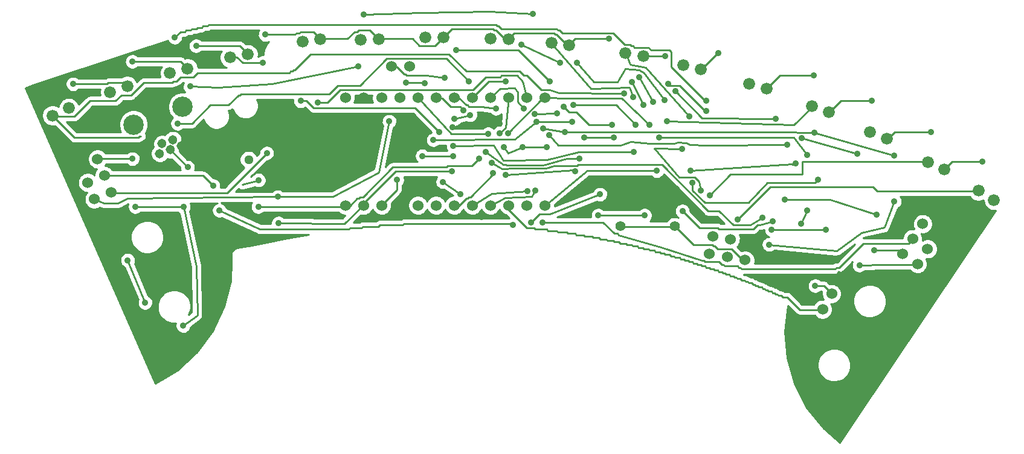
<source format=gbl>
G04 (created by PCBNEW-RS274X (2011-nov-30)-testing) date Mon 30 Apr 2012 11:55:01 PM EDT*
G01*
G70*
G90*
%MOIN*%
G04 Gerber Fmt 3.4, Leading zero omitted, Abs format*
%FSLAX34Y34*%
G04 APERTURE LIST*
%ADD10C,0.006000*%
%ADD11C,0.060000*%
%ADD12C,0.051200*%
%ADD13C,0.055000*%
%ADD14C,0.066000*%
%ADD15C,0.051400*%
%ADD16C,0.112200*%
%ADD17C,0.035000*%
%ADD18C,0.010000*%
G04 APERTURE END LIST*
G54D10*
G54D11*
X-18224Y46972D03*
X-18988Y48803D03*
X-18615Y47892D03*
X-19535Y47502D03*
X-19162Y46591D03*
G54D10*
G36*
X-19533Y48263D02*
X-20085Y48029D01*
X-20319Y48581D01*
X-19767Y48815D01*
X-19533Y48263D01*
X-19533Y48263D01*
G37*
G54D11*
X-02764Y53917D03*
X-01764Y53917D03*
G54D12*
X-11067Y49872D03*
X-10652Y48766D03*
G54D11*
X05690Y46240D03*
X04690Y46240D03*
X03690Y46240D03*
X02690Y46240D03*
X01690Y46240D03*
X00690Y46240D03*
X-00310Y46240D03*
X-01310Y46240D03*
X-02310Y46240D03*
X-03310Y46240D03*
X-04310Y46240D03*
X-05310Y46240D03*
X05690Y52190D03*
X04690Y52190D03*
X03690Y52190D03*
X02690Y52190D03*
X01690Y52190D03*
X00690Y52190D03*
X-00310Y52190D03*
X-01300Y52185D03*
X-02310Y52190D03*
X-03310Y52190D03*
X-04310Y52190D03*
X-05310Y52190D03*
X14774Y43559D03*
X14948Y44544D03*
X15759Y43386D03*
X15933Y44370D03*
X16744Y43212D03*
G54D10*
G36*
X16570Y43954D02*
X16675Y44545D01*
X17266Y44440D01*
X17161Y43849D01*
X16570Y43954D01*
X16570Y43954D01*
G37*
G54D13*
X09858Y45082D03*
X09858Y47082D03*
X12858Y45082D03*
X12858Y47082D03*
G54D14*
X03693Y55420D03*
X02694Y55464D03*
X14296Y53767D03*
X13320Y53984D03*
X17938Y52687D03*
X16972Y52945D03*
X21363Y51394D03*
X20423Y51736D03*
X24570Y49921D03*
X23646Y50304D03*
X27737Y48214D03*
X26830Y48637D03*
X-20571Y51629D03*
X-21478Y51206D03*
X-17352Y52838D03*
X-18292Y52496D03*
X-14020Y53811D03*
X-14986Y53553D03*
X-10692Y54590D03*
X-11677Y54416D03*
X-06689Y55427D03*
X-07682Y55305D03*
X-03482Y55425D03*
X-04481Y55381D03*
X11125Y54494D03*
X10140Y54668D03*
X07047Y55105D03*
X06056Y55235D03*
X00086Y55521D03*
X-00914Y55521D03*
X30477Y46531D03*
X29620Y47046D03*
G54D15*
X-14964Y49315D03*
X-15420Y49651D03*
X-14372Y49530D03*
X-14830Y49866D03*
G54D16*
X-14300Y51692D03*
X-17000Y50710D03*
G54D15*
X-15555Y49100D03*
G54D11*
X26252Y43005D03*
X25423Y43565D03*
X26812Y43834D03*
X25982Y44394D03*
G54D10*
G36*
X27452Y44247D02*
X26955Y44582D01*
X27290Y45079D01*
X27787Y44744D01*
X27452Y44247D01*
X27452Y44247D01*
G37*
G54D11*
X26542Y45223D03*
G54D10*
G36*
X21905Y42634D02*
X22425Y42334D01*
X22125Y41814D01*
X21605Y42114D01*
X21905Y42634D01*
X21905Y42634D01*
G37*
G54D11*
X21515Y41358D03*
X21015Y40492D03*
G54D17*
X-10099Y47638D03*
X12346Y54510D03*
X23734Y52014D03*
X-17060Y54198D03*
X15255Y54645D03*
X-09728Y55680D03*
X09226Y55446D03*
X29818Y48660D03*
X-13550Y55056D03*
X20536Y53418D03*
X27010Y50298D03*
X-20336Y52950D03*
X03532Y53106D03*
X02992Y51594D03*
X01200Y51496D03*
X02559Y50197D03*
X01574Y51240D03*
X-00926Y52992D03*
X-01969Y53031D03*
X00708Y51023D03*
X00157Y53287D03*
X11476Y50689D03*
X20177Y49035D03*
X19822Y45216D03*
X11988Y49980D03*
X03681Y50216D03*
X20177Y45964D03*
X17696Y45571D03*
X02752Y48582D03*
X02830Y48036D03*
X04744Y47027D03*
X05177Y47067D03*
X11870Y48149D03*
X13740Y48169D03*
X19547Y48563D03*
X03922Y45150D03*
X05560Y45306D03*
X-12614Y47334D03*
X-12264Y45964D03*
X11200Y45689D03*
X03189Y50236D03*
X03444Y49449D03*
X05807Y49468D03*
X08641Y45689D03*
X04468Y49468D03*
X22933Y49094D03*
X19074Y49586D03*
X18070Y44075D03*
X24980Y46456D03*
X19862Y49960D03*
X05925Y50118D03*
X-06842Y51936D03*
X-09650Y49128D03*
X-02474Y47646D03*
X02440Y49206D03*
X07588Y48816D03*
X-01070Y48972D03*
X00646Y48972D03*
X-08996Y45256D03*
X00568Y48114D03*
X04547Y51594D03*
X-14564Y50766D03*
X01504Y53106D03*
X-17060Y48816D03*
X24980Y48996D03*
X06808Y50298D03*
X05610Y50492D03*
X20571Y50255D03*
X23874Y43758D03*
X23996Y45728D03*
X18924Y46558D03*
X04936Y45306D03*
X08740Y46850D03*
X07354Y48114D03*
X03543Y47933D03*
X02050Y48816D03*
X-10118Y46164D03*
X02204Y45610D03*
X-11516Y46260D03*
X00610Y50571D03*
X03189Y50748D03*
X05137Y51279D03*
X06358Y51319D03*
X-14272Y39586D03*
X-14252Y46164D03*
X-16904Y46164D03*
X-14018Y48348D03*
X12421Y50886D03*
X10551Y52244D03*
X18425Y51023D03*
X12892Y52560D03*
X10078Y52441D03*
X12502Y52950D03*
X14608Y51468D03*
X13672Y51156D03*
X-14720Y55524D03*
X14608Y52014D03*
X07480Y54134D03*
X06535Y54134D03*
X12283Y52047D03*
X-04587Y53917D03*
X-13878Y52815D03*
X04389Y55138D03*
X10610Y49193D03*
X-07778Y52014D03*
X-09884Y54120D03*
X00646Y49518D03*
X-00134Y50298D03*
X11122Y51791D03*
X10511Y53071D03*
X13838Y47500D03*
X20770Y47646D03*
X11653Y51949D03*
X-04292Y56791D03*
X13267Y49370D03*
X10885Y53327D03*
X05039Y56830D03*
X14311Y47067D03*
X14783Y46791D03*
X00802Y54822D03*
X10708Y50688D03*
X07276Y51780D03*
X05950Y53106D03*
X16324Y45462D03*
X09382Y50688D03*
X06730Y51702D03*
X18248Y45374D03*
X13282Y45930D03*
X09507Y49980D03*
X-02894Y50886D03*
X07185Y50846D03*
X07854Y49980D03*
X05216Y50846D03*
X21200Y44901D03*
X18208Y44901D03*
X-00453Y49862D03*
X00059Y47539D03*
X01043Y46870D03*
X20614Y41796D03*
X-09036Y46712D03*
X23051Y42933D03*
X-16359Y40866D03*
X-17323Y43208D03*
G54D18*
X-11004Y47382D02*
X-10099Y47638D01*
X24982Y50298D02*
X27010Y50298D01*
X24592Y49908D02*
X24982Y50298D01*
X24570Y49921D02*
X24592Y49908D01*
X-04658Y55836D02*
X-04814Y55836D01*
X-07856Y55758D02*
X-08012Y55758D01*
X-07076Y55836D02*
X-07778Y55836D01*
X27737Y48214D02*
X27712Y48192D01*
X03688Y55446D02*
X03693Y55420D01*
X17938Y52687D02*
X17962Y52716D01*
X17962Y52716D02*
X18664Y53418D01*
X18664Y53418D02*
X20536Y53418D01*
X11125Y54494D02*
X11098Y54510D01*
X21394Y51390D02*
X22018Y52014D01*
X22018Y52014D02*
X23734Y52014D01*
X21363Y51394D02*
X21394Y51390D01*
X-01226Y55056D02*
X-01616Y55446D01*
X-14018Y53808D02*
X-14408Y54198D01*
X-06689Y55427D02*
X-06686Y55446D01*
X-06686Y55446D02*
X-07076Y55836D01*
X28180Y48660D02*
X29818Y48660D01*
X00086Y55521D02*
X00100Y55524D01*
X03688Y55446D02*
X04000Y55758D01*
X-08090Y55680D02*
X-09728Y55680D01*
X07047Y55105D02*
X07042Y55134D01*
X07042Y55134D02*
X07354Y55446D01*
X07354Y55446D02*
X09226Y55446D01*
X04000Y55758D02*
X06184Y55758D01*
X06184Y55758D02*
X06262Y55680D01*
X06262Y55680D02*
X06340Y55680D01*
X15232Y54666D02*
X15255Y54645D01*
X14296Y53730D02*
X15232Y54666D01*
X14296Y53767D02*
X14296Y53730D01*
X06886Y55134D02*
X07042Y55134D01*
X03693Y55420D02*
X03688Y55446D01*
X06340Y55680D02*
X06886Y55134D01*
X-01616Y55446D02*
X-03488Y55446D01*
X07042Y55134D02*
X07047Y55105D01*
X-10692Y54590D02*
X-10664Y54588D01*
X-10664Y54588D02*
X-11132Y55056D01*
X-11132Y55056D02*
X-13550Y55056D01*
X11098Y54510D02*
X12346Y54510D01*
X00100Y55524D02*
X-00368Y55056D01*
X-14408Y54198D02*
X-17060Y54198D01*
X-08012Y55758D02*
X-08090Y55680D01*
X-03488Y55446D02*
X-03482Y55425D01*
X00086Y55521D02*
X00100Y55524D01*
X-00368Y55056D02*
X-01226Y55056D01*
X00568Y55992D02*
X02830Y55992D01*
X02830Y55992D02*
X02908Y55914D01*
X02908Y55914D02*
X02986Y55914D01*
X02986Y55914D02*
X03454Y55446D01*
X03454Y55446D02*
X03688Y55446D01*
X-04580Y55914D02*
X-04658Y55836D01*
X-04814Y55836D02*
X-05204Y55446D01*
X-05204Y55446D02*
X-06686Y55446D01*
X-06686Y55446D02*
X-06689Y55427D01*
X-03482Y55425D02*
X-03488Y55446D01*
X-03956Y55914D02*
X-04580Y55914D01*
X00100Y55524D02*
X00568Y55992D01*
X-03488Y55446D02*
X-03956Y55914D01*
X-14020Y53811D02*
X-14018Y53808D01*
X-07778Y55836D02*
X-07856Y55758D01*
X27712Y48192D02*
X28180Y48660D01*
X-17528Y53028D02*
X-18386Y53028D01*
X-17352Y52838D02*
X-17372Y52872D01*
X-17372Y52872D02*
X-17528Y53028D01*
X-18464Y52950D02*
X-20336Y52950D01*
X-18386Y53028D02*
X-18464Y52950D01*
X02596Y53106D02*
X03532Y53106D01*
X01690Y52190D02*
X01660Y52170D01*
X01660Y52170D02*
X02596Y53106D01*
X00724Y52170D02*
X00690Y52190D01*
X02206Y51702D02*
X01504Y51702D01*
X01426Y51780D02*
X01348Y51780D01*
X01504Y51702D02*
X01426Y51780D01*
X01348Y51780D02*
X00958Y52170D01*
X02992Y51594D02*
X02206Y51702D01*
X00958Y52170D02*
X00724Y52170D01*
X01200Y51496D02*
X01036Y51702D01*
X00022Y52170D02*
X-00290Y52170D01*
X01036Y51702D02*
X00490Y51702D01*
X-00290Y52170D02*
X-00310Y52190D01*
X00490Y51702D02*
X00022Y52170D01*
X00531Y50197D02*
X02559Y50197D01*
X-01310Y52190D02*
X00531Y50197D01*
X-00926Y52992D02*
X-00945Y53012D01*
X01574Y51240D02*
X00708Y51023D01*
X-01969Y53031D02*
X-00945Y53012D01*
X-02006Y53496D02*
X-02084Y53496D01*
X-00836Y53418D02*
X-01928Y53418D01*
X-02474Y53886D02*
X-02786Y53886D01*
X-02786Y53886D02*
X-02764Y53917D01*
X00157Y53287D02*
X-00836Y53418D01*
X-02084Y53496D02*
X-02474Y53886D01*
X-01928Y53418D02*
X-02006Y53496D01*
X06988Y52145D02*
X09941Y52145D01*
X05690Y52190D02*
X06988Y52145D01*
X19822Y45216D02*
X20177Y45964D01*
X09941Y52145D02*
X11476Y50689D01*
X11988Y49980D02*
X19429Y49980D01*
X19429Y49980D02*
X20177Y49035D01*
X05560Y52170D02*
X05716Y52170D01*
X05716Y52170D02*
X05690Y52190D01*
X03681Y50216D02*
X05560Y52170D01*
X07467Y48421D02*
X06184Y48426D01*
X05752Y48287D02*
X04036Y48287D01*
X07545Y48499D02*
X07467Y48421D01*
X16090Y45150D02*
X15310Y45930D01*
X06184Y48426D02*
X05752Y48287D01*
X15310Y45930D02*
X14704Y45925D01*
X17026Y45150D02*
X16090Y45150D01*
X17696Y45571D02*
X17026Y45150D01*
X03326Y48267D02*
X02752Y48582D01*
X12149Y48504D02*
X07545Y48499D01*
X14704Y45925D02*
X12149Y48504D01*
X04036Y48287D02*
X03326Y48267D01*
X00958Y46242D02*
X00724Y46242D01*
X02830Y48036D02*
X02830Y47958D01*
X01426Y46632D02*
X01348Y46632D01*
X01504Y46710D02*
X01426Y46632D01*
X01582Y46710D02*
X01504Y46710D01*
X00724Y46242D02*
X00690Y46240D01*
X02830Y47958D02*
X01582Y46710D01*
X01348Y46632D02*
X00958Y46242D01*
X01690Y46240D02*
X02775Y46909D01*
X02775Y46909D02*
X04744Y47027D01*
X02690Y46240D02*
X03483Y46673D01*
X04979Y46712D02*
X05177Y47067D01*
X03483Y46673D02*
X04979Y46712D01*
X05170Y44916D02*
X05794Y44916D01*
X14530Y42888D02*
X14608Y42810D01*
X07432Y44604D02*
X07822Y44604D01*
X07822Y44604D02*
X07900Y44526D01*
X03690Y46240D02*
X03688Y46242D01*
X08758Y44370D02*
X09070Y44370D01*
X05872Y44838D02*
X06340Y44838D01*
X10162Y44136D02*
X10240Y44058D01*
X10240Y44058D02*
X10474Y44058D01*
X05092Y44994D02*
X05170Y44916D01*
X09772Y44214D02*
X09850Y44136D01*
X03688Y46008D02*
X04702Y44994D01*
X17728Y41640D02*
X17806Y41640D01*
X06886Y44760D02*
X06964Y44682D01*
X03688Y46242D02*
X03688Y46008D01*
X06418Y44760D02*
X06886Y44760D01*
X13126Y43356D02*
X13204Y43278D01*
X08290Y44526D02*
X08368Y44448D01*
X08368Y44448D02*
X08680Y44448D01*
X08680Y44448D02*
X08758Y44370D01*
X09070Y44370D02*
X09148Y44292D01*
X09460Y44292D02*
X09538Y44214D01*
X17104Y41952D02*
X17182Y41874D01*
X13438Y43200D02*
X13594Y43200D01*
X14608Y42810D02*
X14764Y42810D01*
X12892Y43356D02*
X13126Y43356D01*
X06964Y44682D02*
X07354Y44682D01*
X09148Y44292D02*
X09460Y44292D01*
X18274Y41406D02*
X18352Y41406D01*
X17338Y41796D02*
X17416Y41796D01*
X09850Y44136D02*
X10162Y44136D01*
X12034Y43668D02*
X12112Y43590D01*
X11800Y43668D02*
X12034Y43668D01*
X12268Y43590D02*
X12346Y43512D01*
X12658Y43434D02*
X12814Y43434D01*
X10864Y43902D02*
X11098Y43902D01*
X11722Y43746D02*
X11800Y43668D01*
X11488Y43746D02*
X11722Y43746D01*
X11410Y43824D02*
X11488Y43746D01*
X11176Y43824D02*
X11410Y43824D01*
X11098Y43902D02*
X11176Y43824D01*
X12112Y43590D02*
X12268Y43590D01*
X10552Y43980D02*
X10786Y43980D01*
X10786Y43980D02*
X10864Y43902D01*
X18196Y41484D02*
X18274Y41406D01*
X10474Y44058D02*
X10552Y43980D01*
X06340Y44838D02*
X06418Y44760D01*
X18040Y41484D02*
X18196Y41484D01*
X12814Y43434D02*
X12892Y43356D01*
X09538Y44214D02*
X09772Y44214D01*
X12346Y43512D02*
X12580Y43512D01*
X13672Y43122D02*
X13828Y43122D01*
X14140Y42966D02*
X14296Y42966D01*
X14296Y42966D02*
X14374Y42888D01*
X14374Y42888D02*
X14530Y42888D01*
X04702Y44994D02*
X05092Y44994D01*
X13204Y43278D02*
X13360Y43278D01*
X13360Y43278D02*
X13438Y43200D01*
X17650Y41718D02*
X17728Y41640D01*
X13906Y43044D02*
X14062Y43044D01*
X14764Y42810D02*
X14842Y42732D01*
X18586Y41250D02*
X18742Y41250D01*
X16792Y42030D02*
X16870Y42030D01*
X15076Y42654D02*
X15232Y42654D01*
X15466Y42576D02*
X15544Y42498D01*
X15622Y42498D02*
X15700Y42420D01*
X15700Y42420D02*
X15856Y42420D01*
X17884Y41562D02*
X17962Y41562D01*
X16090Y42342D02*
X16168Y42264D01*
X16558Y42108D02*
X16714Y42108D01*
X16714Y42108D02*
X16792Y42030D01*
X16168Y42264D02*
X16246Y42264D01*
X16870Y42030D02*
X16948Y41952D01*
X17182Y41874D02*
X17260Y41874D01*
X12580Y43512D02*
X12658Y43434D01*
X15934Y42342D02*
X16090Y42342D01*
X13594Y43200D02*
X13672Y43122D01*
X15310Y42576D02*
X15466Y42576D01*
X15232Y42654D02*
X15310Y42576D01*
X16246Y42264D02*
X16324Y42186D01*
X07354Y44682D02*
X07432Y44604D01*
X17416Y41796D02*
X17494Y41718D01*
X15856Y42420D02*
X15934Y42342D01*
X16324Y42186D02*
X16480Y42186D01*
X16480Y42186D02*
X16558Y42108D01*
X18820Y41172D02*
X19054Y41172D01*
X16948Y41952D02*
X17104Y41952D01*
X17260Y41874D02*
X17338Y41796D01*
X14842Y42732D02*
X14998Y42732D01*
X18352Y41406D02*
X18430Y41328D01*
X17806Y41640D02*
X17884Y41562D01*
X07900Y44526D02*
X08290Y44526D01*
X17962Y41562D02*
X18040Y41484D01*
X18430Y41328D02*
X18508Y41328D01*
X05794Y44916D02*
X05872Y44838D01*
X15544Y42498D02*
X15622Y42498D01*
X18742Y41250D02*
X18820Y41172D01*
X13828Y43122D02*
X13906Y43044D01*
X18508Y41328D02*
X18586Y41250D01*
X14998Y42732D02*
X15076Y42654D01*
X14062Y43044D02*
X14140Y42966D01*
X19756Y40470D02*
X21004Y40470D01*
X19054Y41172D02*
X19756Y40470D01*
X17494Y41718D02*
X17650Y41718D01*
X21004Y40470D02*
X21015Y40492D01*
X19330Y48504D02*
X19547Y48563D01*
X19350Y48523D02*
X19330Y48504D01*
X05690Y46240D02*
X08031Y48149D01*
X08031Y48149D02*
X10846Y48149D01*
X13740Y48169D02*
X19350Y48523D01*
X10846Y48149D02*
X11870Y48149D01*
X16402Y42810D02*
X16324Y42888D01*
X16480Y42810D02*
X16402Y42810D01*
X21706Y42732D02*
X16558Y42732D01*
X09538Y44682D02*
X08914Y45306D01*
X-18620Y47880D02*
X-18615Y47892D01*
X25982Y44394D02*
X25996Y44370D01*
X21784Y42810D02*
X21706Y42732D01*
X16558Y42732D02*
X16480Y42810D01*
X25762Y44136D02*
X23266Y44136D01*
X08914Y45306D02*
X05560Y45306D01*
X23266Y44136D02*
X21940Y42810D01*
X09772Y44604D02*
X09694Y44682D01*
X12106Y43917D02*
X09772Y44604D01*
X15466Y42966D02*
X15310Y43122D01*
X15310Y43122D02*
X14530Y43122D01*
X14530Y43122D02*
X14452Y43200D01*
X09694Y44682D02*
X09538Y44682D01*
X16324Y42888D02*
X15622Y42888D01*
X14452Y43200D02*
X14374Y43200D01*
X21940Y42810D02*
X21784Y42810D01*
X14374Y43200D02*
X12106Y43917D01*
X-12614Y47334D02*
X-13160Y47880D01*
X-05126Y44916D02*
X-10040Y44916D01*
X15622Y42888D02*
X15544Y42966D01*
X-03410Y45150D02*
X-03488Y45072D01*
X-04424Y44994D02*
X-05048Y44994D01*
X03844Y45228D02*
X-02084Y45228D01*
X-02162Y45150D02*
X-03410Y45150D01*
X-13160Y47880D02*
X-18620Y47880D01*
X15544Y42966D02*
X15466Y42966D01*
X-05048Y44994D02*
X-05126Y44916D01*
X-12264Y45964D02*
X-12264Y45964D01*
X-10040Y44916D02*
X-12264Y45964D01*
X-04346Y45072D02*
X-04424Y44994D01*
X25996Y44370D02*
X25762Y44136D01*
X03922Y45150D02*
X03844Y45228D01*
X-03488Y45072D02*
X-04346Y45072D01*
X-02084Y45228D02*
X-02162Y45150D01*
X04468Y49468D02*
X03661Y49134D01*
X03543Y50512D02*
X03690Y52190D01*
X03189Y50236D02*
X03543Y50512D01*
X03661Y49134D02*
X03444Y49449D01*
X08641Y45689D02*
X11200Y45689D01*
X04468Y49468D02*
X05807Y49468D01*
X13031Y49724D02*
X12834Y49645D01*
X06417Y49567D02*
X05925Y50118D01*
X12834Y49645D02*
X11496Y49645D01*
X11496Y49645D02*
X10433Y49764D01*
X09881Y49547D02*
X06417Y49567D01*
X13484Y49704D02*
X13031Y49724D01*
X13700Y49586D02*
X13484Y49704D01*
X14645Y49567D02*
X13700Y49586D01*
X19074Y49586D02*
X14645Y49567D01*
X10433Y49764D02*
X09881Y49547D01*
X18070Y44075D02*
X21811Y43740D01*
X21811Y43740D02*
X23149Y44724D01*
X23149Y44724D02*
X24429Y45019D01*
X24429Y45019D02*
X24980Y46456D01*
X03298Y53418D02*
X03220Y53340D01*
X01738Y52638D02*
X-05594Y52638D01*
X-09650Y49128D02*
X-11834Y46944D01*
X-05594Y52638D02*
X-06296Y51936D01*
X22933Y49094D02*
X19862Y49960D01*
X04468Y53106D02*
X04156Y53418D01*
X04690Y52190D02*
X04468Y53106D01*
X02440Y53340D02*
X01738Y52638D01*
X03220Y53340D02*
X02440Y53340D01*
X-11834Y46944D02*
X-18230Y46944D01*
X04156Y53418D02*
X03298Y53418D01*
X-06296Y51936D02*
X-06842Y51936D01*
X-18230Y46944D02*
X-18224Y46972D01*
X03385Y48484D02*
X03728Y48469D01*
X06886Y48816D02*
X07588Y48816D01*
X02440Y49206D02*
X03385Y48484D01*
X03728Y48469D02*
X05600Y48469D01*
X14998Y43980D02*
X15076Y43980D01*
X09858Y45082D02*
X09850Y45072D01*
X16714Y43200D02*
X16744Y43212D01*
X16636Y43200D02*
X16714Y43200D01*
X16012Y43824D02*
X16636Y43200D01*
X15232Y43824D02*
X16012Y43824D01*
X15076Y43980D02*
X15232Y43824D01*
X13906Y44058D02*
X14920Y44058D01*
X12858Y45082D02*
X12892Y45072D01*
X09850Y45072D02*
X12892Y45072D01*
X12892Y45072D02*
X13906Y44058D01*
X-02474Y47100D02*
X-03332Y46242D01*
X-02474Y47646D02*
X-02474Y47100D01*
X12892Y45072D02*
X12858Y45082D01*
X14920Y44058D02*
X14998Y43980D01*
X-01070Y48972D02*
X00646Y48972D01*
X-03332Y46242D02*
X-03310Y46240D01*
X05600Y48469D02*
X06886Y48816D01*
X-04310Y46240D02*
X-04346Y46242D01*
X-05360Y45228D02*
X-08996Y45256D01*
X-04346Y46242D02*
X-04346Y46320D01*
X-04310Y46240D02*
X-04346Y46242D01*
X-04346Y46242D02*
X-05360Y45228D01*
X-02552Y48114D02*
X00568Y48114D01*
X-04346Y46320D02*
X-02552Y48114D01*
X03228Y52697D02*
X02690Y52190D01*
X01504Y53106D02*
X00256Y54354D01*
X-11054Y52404D02*
X-11132Y52326D01*
X-11756Y51780D02*
X-12770Y51780D01*
X00256Y54354D02*
X-03020Y54354D01*
X-11132Y52326D02*
X-11210Y52326D01*
X04547Y51594D02*
X04193Y51949D01*
X04193Y51949D02*
X04212Y52480D01*
X04212Y52480D02*
X04015Y52716D01*
X-12770Y51780D02*
X-13784Y50766D01*
X-06218Y52404D02*
X-11054Y52404D01*
X-11210Y52326D02*
X-11756Y51780D01*
X04015Y52716D02*
X03228Y52697D01*
X-13784Y50766D02*
X-14564Y50766D01*
X-17060Y48816D02*
X-19010Y48816D01*
X-05750Y52872D02*
X-06218Y52404D01*
X-19010Y48816D02*
X-18988Y48803D01*
X05610Y50492D02*
X06808Y50298D01*
X18586Y50298D02*
X06808Y50298D01*
X-03020Y54354D02*
X-04502Y52872D01*
X20571Y50255D02*
X18586Y50298D01*
X24980Y48996D02*
X20571Y50255D01*
X-04502Y52872D02*
X-05750Y52872D01*
X25224Y43758D02*
X23874Y43758D01*
X21424Y46558D02*
X18924Y46558D01*
X25424Y43558D02*
X25224Y43758D01*
X23996Y45728D02*
X21424Y46558D01*
X25423Y43565D02*
X25424Y43558D01*
X05404Y45774D02*
X05950Y45774D01*
X08740Y46850D02*
X08740Y46850D01*
X04936Y45306D02*
X05404Y45774D01*
X05950Y45774D02*
X08740Y46850D01*
X07276Y48192D02*
X03543Y47933D01*
X07354Y48114D02*
X07276Y48192D01*
X-04658Y46632D02*
X-05048Y46242D01*
X00256Y48348D02*
X-02708Y48348D01*
X-04346Y46710D02*
X-04502Y46710D01*
X01660Y48426D02*
X00334Y48426D01*
X-04502Y46710D02*
X-04580Y46632D01*
X-05282Y46242D02*
X-05310Y46240D01*
X02050Y48816D02*
X01660Y48426D01*
X00334Y48426D02*
X00256Y48348D01*
X-05360Y46164D02*
X-10118Y46164D01*
X-04580Y46632D02*
X-04658Y46632D01*
X-02708Y48348D02*
X-04346Y46710D01*
X-05048Y46242D02*
X-05282Y46242D01*
X-05282Y46242D02*
X-05360Y46164D01*
X-05310Y46240D02*
X-05282Y46242D01*
X03189Y50748D02*
X00610Y50571D01*
X06358Y51319D02*
X05137Y51279D01*
X-13524Y42854D02*
X-13485Y40177D01*
X-14252Y46164D02*
X-13524Y42854D01*
X-14252Y46164D02*
X-16904Y46164D01*
X-13485Y40177D02*
X-14272Y39586D01*
X-14954Y49284D02*
X-14018Y48348D01*
X-14964Y49315D02*
X-14954Y49284D01*
X20458Y51702D02*
X19444Y50688D01*
X20423Y51736D02*
X20458Y51702D01*
X19444Y50688D02*
X12421Y50886D01*
X06028Y55212D02*
X06056Y55235D01*
X06028Y55212D02*
X08228Y52697D01*
X14374Y51078D02*
X18425Y51023D01*
X08228Y52697D02*
X10354Y52756D01*
X10354Y52756D02*
X10551Y52244D01*
X12892Y52560D02*
X14374Y51078D01*
X-07232Y54588D02*
X00412Y54588D01*
X-17996Y52014D02*
X-17684Y52326D01*
X-13472Y53574D02*
X-08402Y53574D01*
X-13706Y53340D02*
X-13472Y53574D01*
X-14408Y53340D02*
X-13706Y53340D01*
X-17138Y52326D02*
X-16436Y53028D01*
X04702Y53418D02*
X05482Y52638D01*
X-17684Y52326D02*
X-17138Y52326D01*
X-16436Y53028D02*
X-14876Y53028D01*
X-14798Y53106D02*
X-14642Y53106D01*
X05482Y52638D02*
X05950Y52638D01*
X-08402Y53574D02*
X-08324Y53652D01*
X06457Y52460D02*
X10078Y52441D01*
X-08324Y53652D02*
X-08246Y53652D01*
X04546Y53418D02*
X04702Y53418D01*
X-19400Y52014D02*
X-17996Y52014D01*
X04312Y53652D02*
X04546Y53418D01*
X05950Y52638D02*
X06457Y52460D01*
X-08246Y53652D02*
X-08168Y53730D01*
X-08168Y53730D02*
X-08090Y53730D01*
X-14642Y53106D02*
X-14408Y53340D01*
X00412Y54588D02*
X01348Y53652D01*
X-08090Y53730D02*
X-07232Y54588D01*
X01348Y53652D02*
X04312Y53652D01*
X-21478Y51206D02*
X-20258Y49986D01*
X14530Y51468D02*
X14608Y51468D01*
X12580Y52872D02*
X13126Y52872D01*
X-14876Y53028D02*
X-14798Y53106D01*
X12502Y52950D02*
X12580Y52872D01*
X-20258Y51156D02*
X-19400Y52014D01*
X-16670Y50064D02*
X-16592Y50064D01*
X-16748Y49986D02*
X-16670Y50064D01*
X-21478Y51206D02*
X-21428Y51156D01*
X13126Y52872D02*
X14530Y51468D01*
X-20258Y49986D02*
X-16748Y49986D01*
X-21428Y51156D02*
X-20258Y51156D01*
X10393Y54035D02*
X11259Y53878D01*
X11259Y53878D02*
X13672Y51156D01*
X10162Y54666D02*
X10393Y54035D01*
X10140Y54668D02*
X10162Y54666D01*
X03142Y56148D02*
X03298Y55992D01*
X-13472Y56070D02*
X-13238Y56070D01*
X02986Y56226D02*
X03064Y56148D01*
X12658Y54744D02*
X12658Y53886D01*
X-14720Y55524D02*
X-14408Y55836D01*
X10630Y54978D02*
X11410Y54978D01*
X-13160Y56148D02*
X-12926Y56148D01*
X03298Y55992D02*
X06340Y55992D01*
X-13238Y56070D02*
X-13160Y56148D01*
X03064Y56148D02*
X03142Y56148D01*
X-12926Y56148D02*
X-12848Y56226D01*
X-12848Y56226D02*
X02986Y56226D01*
X-13862Y55914D02*
X-13784Y55992D01*
X-13784Y55992D02*
X-13550Y55992D01*
X06418Y55914D02*
X06496Y55914D01*
X-14096Y55914D02*
X-13862Y55914D01*
X06652Y55758D02*
X09460Y55758D01*
X11566Y54822D02*
X12580Y54822D01*
X06496Y55914D02*
X06652Y55758D01*
X10396Y55134D02*
X10474Y55056D01*
X10084Y55134D02*
X10396Y55134D01*
X09460Y55758D02*
X10084Y55134D01*
X06340Y55992D02*
X06418Y55914D01*
X11410Y54978D02*
X11566Y54822D01*
X-14174Y55836D02*
X-14096Y55914D01*
X-14408Y55836D02*
X-14174Y55836D01*
X14530Y52014D02*
X14608Y52014D01*
X-13550Y55992D02*
X-13472Y56070D01*
X12580Y54822D02*
X12658Y54744D01*
X12658Y53886D02*
X14530Y52014D01*
X10474Y55056D02*
X10552Y55056D01*
X10552Y55056D02*
X10630Y54978D01*
X12283Y52047D02*
X11181Y53563D01*
X10885Y53720D02*
X10137Y53779D01*
X11181Y53563D02*
X10885Y53720D01*
X-04587Y53917D02*
X-09370Y52972D01*
X-12343Y52775D02*
X-13878Y52815D01*
X-09370Y52972D02*
X-12343Y52775D01*
X06535Y54134D02*
X04389Y55138D01*
X10137Y53779D02*
X09685Y53051D01*
X08385Y53051D02*
X07480Y54134D01*
X09685Y53051D02*
X08385Y53051D01*
X-09884Y54120D02*
X-10976Y54120D01*
X-11677Y54416D02*
X-11678Y54432D01*
X00646Y49518D02*
X02854Y49547D01*
X-10976Y54120D02*
X-11288Y54432D01*
X02854Y49547D02*
X03386Y48720D01*
X-11288Y54432D02*
X-11678Y54432D01*
X-00134Y50298D02*
X-01460Y51624D01*
X-01460Y51624D02*
X-07076Y51624D01*
X-07466Y52014D02*
X-07778Y52014D01*
X-07076Y51624D02*
X-07466Y52014D01*
X03386Y48720D02*
X05787Y48760D01*
X05787Y48760D02*
X07578Y49193D01*
X07578Y49193D02*
X10610Y49193D01*
X10511Y53071D02*
X11122Y51791D01*
X14528Y46397D02*
X13839Y47066D01*
X20614Y47490D02*
X17962Y47490D01*
X20770Y47646D02*
X20614Y47490D01*
X17962Y47490D02*
X16946Y46397D01*
X16946Y46397D02*
X14528Y46397D01*
X13839Y47066D02*
X13838Y47500D01*
X13839Y47066D02*
X13839Y47066D01*
X05039Y56830D02*
X02677Y56949D01*
X-01142Y56889D02*
X-04292Y56791D01*
X14212Y47578D02*
X13972Y47809D01*
X02677Y56949D02*
X-01142Y56889D01*
X13110Y47795D02*
X11732Y49409D01*
X13972Y47809D02*
X13110Y47795D01*
X14311Y47067D02*
X14212Y47578D01*
X11732Y49409D02*
X13267Y49370D01*
X11653Y51949D02*
X10885Y53327D01*
X26854Y48660D02*
X26830Y48637D01*
X19912Y48660D02*
X26854Y48660D01*
X15934Y47958D02*
X19882Y47973D01*
X19882Y47973D02*
X19912Y48660D01*
X14783Y46791D02*
X15934Y47958D01*
X09616Y51780D02*
X07276Y51780D01*
X10708Y50688D02*
X09616Y51780D01*
X04234Y54822D02*
X00802Y54822D01*
X05950Y53106D02*
X04234Y54822D01*
X16324Y45462D02*
X18118Y47256D01*
X23812Y47256D02*
X24046Y47022D01*
X24046Y47022D02*
X29584Y47022D01*
X18118Y47256D02*
X23812Y47256D01*
X29584Y47022D02*
X29620Y47046D01*
X07432Y51390D02*
X08134Y50688D01*
X13282Y45930D02*
X14218Y44994D01*
X14218Y44994D02*
X15232Y44994D01*
X08134Y50688D02*
X09382Y50688D01*
X06730Y51702D02*
X07042Y51390D01*
X07042Y51390D02*
X07432Y51390D01*
X17182Y44916D02*
X17416Y45150D01*
X15232Y44994D02*
X15310Y44916D01*
X15310Y44916D02*
X17182Y44916D01*
X17416Y45150D02*
X17572Y45150D01*
X17572Y45150D02*
X18248Y45374D01*
X-17855Y46358D02*
X-17343Y46634D01*
X05216Y50846D02*
X07185Y50846D01*
X-03485Y48051D02*
X-02894Y50886D01*
X18208Y44901D02*
X21200Y44901D01*
X23051Y42933D02*
X24358Y42966D01*
X04015Y49901D02*
X-00453Y49862D01*
X-17343Y46634D02*
X-09036Y46712D01*
X-06004Y46712D02*
X-03485Y48051D01*
X01043Y46870D02*
X00059Y47539D01*
X-18642Y46358D02*
X-17855Y46358D01*
X-09036Y46712D02*
X-06004Y46712D01*
X07854Y49980D02*
X09507Y49980D01*
X26230Y42966D02*
X26252Y43005D01*
X21082Y41796D02*
X20614Y41796D01*
X-16359Y40866D02*
X-17323Y43208D01*
X21515Y41358D02*
X21550Y41328D01*
X-19162Y46591D02*
X-18642Y46358D01*
X05216Y50846D02*
X04015Y49901D01*
X21550Y41328D02*
X21082Y41796D01*
X24358Y42966D02*
X26230Y42966D01*
G54D10*
G36*
X-05322Y45691D02*
X-05481Y45532D01*
X-08693Y45554D01*
X-08724Y45585D01*
X-08793Y45632D01*
X-08870Y45664D01*
X-08952Y45681D01*
X-09035Y45681D01*
X-09117Y45666D01*
X-09194Y45634D01*
X-09264Y45589D01*
X-09323Y45530D01*
X-09370Y45461D01*
X-09403Y45385D01*
X-09420Y45303D01*
X-09422Y45220D01*
X-09422Y45216D01*
X-09970Y45216D01*
X-11863Y46107D01*
X-11887Y46165D01*
X-11933Y46234D01*
X-11992Y46293D01*
X-12061Y46340D01*
X-12138Y46372D01*
X-12174Y46380D01*
X-10475Y46395D01*
X-10492Y46369D01*
X-10525Y46293D01*
X-10542Y46211D01*
X-10544Y46128D01*
X-10528Y46046D01*
X-10498Y45968D01*
X-10452Y45898D01*
X-10395Y45839D01*
X-10326Y45791D01*
X-10250Y45758D01*
X-10168Y45740D01*
X-10085Y45738D01*
X-10003Y45753D01*
X-09925Y45783D01*
X-09855Y45828D01*
X-09817Y45864D01*
X-05710Y45864D01*
X-05667Y45820D01*
X-05579Y45758D01*
X-05480Y45715D01*
X-05375Y45692D01*
X-05322Y45691D01*
X-05322Y45691D01*
G37*
G54D18*
X-05322Y45691D02*
X-05481Y45532D01*
X-08693Y45554D01*
X-08724Y45585D01*
X-08793Y45632D01*
X-08870Y45664D01*
X-08952Y45681D01*
X-09035Y45681D01*
X-09117Y45666D01*
X-09194Y45634D01*
X-09264Y45589D01*
X-09323Y45530D01*
X-09370Y45461D01*
X-09403Y45385D01*
X-09420Y45303D01*
X-09422Y45220D01*
X-09422Y45216D01*
X-09970Y45216D01*
X-11863Y46107D01*
X-11887Y46165D01*
X-11933Y46234D01*
X-11992Y46293D01*
X-12061Y46340D01*
X-12138Y46372D01*
X-12174Y46380D01*
X-10475Y46395D01*
X-10492Y46369D01*
X-10525Y46293D01*
X-10542Y46211D01*
X-10544Y46128D01*
X-10528Y46046D01*
X-10498Y45968D01*
X-10452Y45898D01*
X-10395Y45839D01*
X-10326Y45791D01*
X-10250Y45758D01*
X-10168Y45740D01*
X-10085Y45738D01*
X-10003Y45753D01*
X-09925Y45783D01*
X-09855Y45828D01*
X-09817Y45864D01*
X-05710Y45864D01*
X-05667Y45820D01*
X-05579Y45758D01*
X-05480Y45715D01*
X-05375Y45692D01*
X-05322Y45691D01*
G54D10*
G36*
X-03792Y51924D02*
X-04828Y51924D01*
X-04786Y52016D01*
X-04763Y52121D01*
X-04761Y52244D01*
X-04780Y52338D01*
X-03840Y52338D01*
X-03858Y52251D01*
X-03860Y52144D01*
X-03840Y52038D01*
X-03801Y51938D01*
X-03792Y51924D01*
X-03792Y51924D01*
G37*
G54D18*
X-03792Y51924D02*
X-04828Y51924D01*
X-04786Y52016D01*
X-04763Y52121D01*
X-04761Y52244D01*
X-04780Y52338D01*
X-03840Y52338D01*
X-03858Y52251D01*
X-03860Y52144D01*
X-03840Y52038D01*
X-03801Y51938D01*
X-03792Y51924D01*
G54D10*
G36*
X00298Y49272D02*
X-00769Y49272D01*
X-00798Y49301D01*
X-00867Y49348D01*
X-00944Y49380D01*
X-01026Y49397D01*
X-01109Y49397D01*
X-01191Y49382D01*
X-01268Y49350D01*
X-01338Y49305D01*
X-01397Y49246D01*
X-01444Y49177D01*
X-01477Y49101D01*
X-01494Y49019D01*
X-01496Y48936D01*
X-01480Y48854D01*
X-01450Y48776D01*
X-01404Y48706D01*
X-01348Y48648D01*
X-02708Y48648D01*
X-02741Y48645D01*
X-02764Y48643D01*
X-02820Y48626D01*
X-02822Y48626D01*
X-02822Y48625D01*
X-02874Y48598D01*
X-02889Y48587D01*
X-02918Y48563D01*
X-02920Y48560D01*
X-03113Y48368D01*
X-02660Y50532D01*
X-02631Y50550D01*
X-02570Y50607D01*
X-02523Y50675D01*
X-02489Y50752D01*
X-02470Y50833D01*
X-02469Y50928D01*
X-02485Y51010D01*
X-02517Y51087D01*
X-02563Y51156D01*
X-02622Y51215D01*
X-02691Y51262D01*
X-02768Y51294D01*
X-02850Y51311D01*
X-02933Y51311D01*
X-03015Y51296D01*
X-03092Y51264D01*
X-03162Y51219D01*
X-03221Y51160D01*
X-03268Y51091D01*
X-03301Y51015D01*
X-03318Y50933D01*
X-03320Y50850D01*
X-03304Y50768D01*
X-03274Y50690D01*
X-03249Y50652D01*
X-03751Y48251D01*
X-06080Y47012D01*
X-08735Y47012D01*
X-08764Y47041D01*
X-08833Y47088D01*
X-08910Y47120D01*
X-08992Y47137D01*
X-09075Y47137D01*
X-09157Y47122D01*
X-09234Y47090D01*
X-09304Y47045D01*
X-09346Y47004D01*
X-11369Y46986D01*
X-11200Y47155D01*
X-11153Y47122D01*
X-11099Y47097D01*
X-11042Y47084D01*
X-10984Y47083D01*
X-10926Y47092D01*
X-10922Y47093D01*
X-10310Y47267D01*
X-10307Y47265D01*
X-10231Y47232D01*
X-10149Y47214D01*
X-10066Y47212D01*
X-09984Y47227D01*
X-09906Y47257D01*
X-09836Y47302D01*
X-09775Y47359D01*
X-09728Y47427D01*
X-09694Y47504D01*
X-09675Y47585D01*
X-09674Y47680D01*
X-09690Y47762D01*
X-09722Y47839D01*
X-09768Y47908D01*
X-09827Y47967D01*
X-09896Y48014D01*
X-09973Y48046D01*
X-10055Y48063D01*
X-10138Y48063D01*
X-10220Y48048D01*
X-10297Y48016D01*
X-10367Y47971D01*
X-10426Y47912D01*
X-10472Y47845D01*
X-10524Y47831D01*
X-09651Y48703D01*
X-09617Y48702D01*
X-09535Y48717D01*
X-09457Y48747D01*
X-09387Y48792D01*
X-09326Y48849D01*
X-09279Y48917D01*
X-09245Y48994D01*
X-09226Y49075D01*
X-09225Y49170D01*
X-09241Y49252D01*
X-09273Y49329D01*
X-09319Y49398D01*
X-09378Y49457D01*
X-09447Y49504D01*
X-09524Y49536D01*
X-09606Y49553D01*
X-09689Y49553D01*
X-09771Y49538D01*
X-09848Y49506D01*
X-09918Y49461D01*
X-09977Y49402D01*
X-10024Y49333D01*
X-10057Y49257D01*
X-10074Y49175D01*
X-10076Y49128D01*
X-10202Y49002D01*
X-10203Y49005D01*
X-10258Y49088D01*
X-10328Y49158D01*
X-10411Y49213D01*
X-10502Y49252D01*
X-10599Y49272D01*
X-10698Y49272D01*
X-10796Y49254D01*
X-10888Y49216D01*
X-10971Y49162D01*
X-11042Y49093D01*
X-11098Y49011D01*
X-11137Y48919D01*
X-11157Y48822D01*
X-11159Y48723D01*
X-11141Y48625D01*
X-11104Y48533D01*
X-11050Y48450D01*
X-10981Y48379D01*
X-10900Y48322D01*
X-10887Y48317D01*
X-11959Y47244D01*
X-12199Y47244D01*
X-12190Y47281D01*
X-12189Y47376D01*
X-12205Y47458D01*
X-12237Y47535D01*
X-12283Y47604D01*
X-12342Y47663D01*
X-12411Y47710D01*
X-12488Y47742D01*
X-12570Y47759D01*
X-12615Y47759D01*
X-12946Y48090D01*
X-12948Y48092D01*
X-12962Y48104D01*
X-12991Y48128D01*
X-12993Y48129D01*
X-13042Y48156D01*
X-13096Y48173D01*
X-13098Y48173D01*
X-13101Y48174D01*
X-13138Y48178D01*
X-13156Y48180D01*
X-13159Y48180D01*
X-13160Y48180D01*
X-13629Y48180D01*
X-13613Y48214D01*
X-13594Y48295D01*
X-13593Y48390D01*
X-13609Y48472D01*
X-13641Y48549D01*
X-13687Y48618D01*
X-13746Y48677D01*
X-13815Y48724D01*
X-13892Y48756D01*
X-13974Y48773D01*
X-14019Y48773D01*
X-14466Y49221D01*
X-14459Y49251D01*
X-14457Y49365D01*
X-14476Y49463D01*
X-14488Y49492D01*
X-14444Y49533D01*
X-14387Y49615D01*
X-14346Y49705D01*
X-14325Y49802D01*
X-14323Y49916D01*
X-14342Y50014D01*
X-14380Y50105D01*
X-14435Y50188D01*
X-14505Y50259D01*
X-14588Y50314D01*
X-14680Y50353D01*
X-14777Y50373D01*
X-14876Y50373D01*
X-14974Y50355D01*
X-15066Y50317D01*
X-15149Y50263D01*
X-15220Y50193D01*
X-15261Y50135D01*
X-15270Y50138D01*
X-15367Y50158D01*
X-15466Y50158D01*
X-15564Y50140D01*
X-15656Y50102D01*
X-15739Y50048D01*
X-15810Y49978D01*
X-15867Y49896D01*
X-15906Y49805D01*
X-15926Y49708D01*
X-15928Y49608D01*
X-15910Y49510D01*
X-15897Y49476D01*
X-15945Y49427D01*
X-16002Y49345D01*
X-16041Y49254D01*
X-16061Y49157D01*
X-16063Y49057D01*
X-16045Y48959D01*
X-16008Y48867D01*
X-15954Y48783D01*
X-15885Y48712D01*
X-15803Y48655D01*
X-15712Y48615D01*
X-15615Y48594D01*
X-15516Y48592D01*
X-15418Y48609D01*
X-15325Y48645D01*
X-15241Y48699D01*
X-15169Y48767D01*
X-15125Y48832D01*
X-15121Y48830D01*
X-15024Y48809D01*
X-14925Y48807D01*
X-14905Y48811D01*
X-14444Y48349D01*
X-14444Y48312D01*
X-14428Y48230D01*
X-14409Y48180D01*
X-18148Y48180D01*
X-18188Y48241D01*
X-18263Y48317D01*
X-18353Y48377D01*
X-18452Y48419D01*
X-18558Y48441D01*
X-18573Y48441D01*
X-18570Y48443D01*
X-18519Y48516D01*
X-17362Y48516D01*
X-17337Y48491D01*
X-17268Y48443D01*
X-17192Y48410D01*
X-17110Y48392D01*
X-17027Y48390D01*
X-16945Y48405D01*
X-16867Y48435D01*
X-16797Y48480D01*
X-16736Y48537D01*
X-16689Y48605D01*
X-16655Y48682D01*
X-16636Y48763D01*
X-16635Y48858D01*
X-16651Y48940D01*
X-16683Y49017D01*
X-16729Y49086D01*
X-16788Y49145D01*
X-16857Y49192D01*
X-16934Y49224D01*
X-17016Y49241D01*
X-17099Y49241D01*
X-17181Y49226D01*
X-17258Y49194D01*
X-17328Y49149D01*
X-17361Y49116D01*
X-18537Y49116D01*
X-18561Y49152D01*
X-18636Y49228D01*
X-18726Y49288D01*
X-18825Y49330D01*
X-18931Y49352D01*
X-19038Y49352D01*
X-19144Y49332D01*
X-19244Y49292D01*
X-19334Y49233D01*
X-19411Y49157D01*
X-19471Y49069D01*
X-19514Y48970D01*
X-19536Y48864D01*
X-19538Y48757D01*
X-19518Y48651D01*
X-19479Y48551D01*
X-19420Y48460D01*
X-19345Y48383D01*
X-19257Y48321D01*
X-19158Y48278D01*
X-19053Y48255D01*
X-19030Y48255D01*
X-19038Y48246D01*
X-19098Y48158D01*
X-19141Y48059D01*
X-19163Y47953D01*
X-19164Y47908D01*
X-19183Y47927D01*
X-19273Y47987D01*
X-19372Y48029D01*
X-19478Y48051D01*
X-19585Y48051D01*
X-19691Y48031D01*
X-19791Y47991D01*
X-19881Y47932D01*
X-19958Y47856D01*
X-20018Y47768D01*
X-20061Y47669D01*
X-20083Y47563D01*
X-20085Y47456D01*
X-20065Y47350D01*
X-20026Y47250D01*
X-19967Y47159D01*
X-19892Y47082D01*
X-19804Y47020D01*
X-19705Y46977D01*
X-19600Y46954D01*
X-19577Y46954D01*
X-19585Y46945D01*
X-19645Y46857D01*
X-19688Y46758D01*
X-19710Y46652D01*
X-19712Y46545D01*
X-19692Y46439D01*
X-19653Y46339D01*
X-19594Y46248D01*
X-19519Y46171D01*
X-19431Y46109D01*
X-19332Y46066D01*
X-19227Y46043D01*
X-19120Y46041D01*
X-19013Y46060D01*
X-18913Y46099D01*
X-18865Y46130D01*
X-18768Y46087D01*
X-18765Y46085D01*
X-18760Y46082D01*
X-18710Y46067D01*
X-18704Y46065D01*
X-18652Y46059D01*
X-18646Y46058D01*
X-18642Y46058D01*
X-17855Y46058D01*
X-17843Y46060D01*
X-17828Y46059D01*
X-17812Y46063D01*
X-17797Y46064D01*
X-17781Y46069D01*
X-17771Y46071D01*
X-17760Y46076D01*
X-17741Y46081D01*
X-17731Y46087D01*
X-17716Y46092D01*
X-17713Y46094D01*
X-17689Y46108D01*
X-17302Y46316D01*
X-17311Y46293D01*
X-17328Y46211D01*
X-17330Y46128D01*
X-17314Y46046D01*
X-17284Y45968D01*
X-17238Y45898D01*
X-17181Y45839D01*
X-17112Y45791D01*
X-17036Y45758D01*
X-16954Y45740D01*
X-16871Y45738D01*
X-16789Y45753D01*
X-16711Y45783D01*
X-16641Y45828D01*
X-16603Y45864D01*
X-14554Y45864D01*
X-14529Y45839D01*
X-14481Y45805D01*
X-13824Y42820D01*
X-13790Y40324D01*
X-13962Y40194D01*
X-13889Y40358D01*
X-13849Y40534D01*
X-13846Y40740D01*
X-13881Y40917D01*
X-13950Y41083D01*
X-14049Y41234D01*
X-14176Y41361D01*
X-14326Y41462D01*
X-14492Y41532D01*
X-14668Y41568D01*
X-14849Y41570D01*
X-15026Y41536D01*
X-15193Y41468D01*
X-15322Y41385D01*
X-15322Y44578D01*
X-15357Y44755D01*
X-15426Y44921D01*
X-15525Y45072D01*
X-15652Y45199D01*
X-15802Y45300D01*
X-15968Y45370D01*
X-16144Y45406D01*
X-16325Y45408D01*
X-16502Y45374D01*
X-16669Y45306D01*
X-16820Y45208D01*
X-16948Y45082D01*
X-17050Y44933D01*
X-17121Y44767D01*
X-17159Y44591D01*
X-17161Y44411D01*
X-17129Y44234D01*
X-17062Y44066D01*
X-16965Y43915D01*
X-16840Y43785D01*
X-16692Y43682D01*
X-16526Y43610D01*
X-16350Y43571D01*
X-16170Y43567D01*
X-15993Y43599D01*
X-15825Y43664D01*
X-15673Y43760D01*
X-15542Y43885D01*
X-15438Y44032D01*
X-15365Y44196D01*
X-15325Y44372D01*
X-15322Y44578D01*
X-15322Y41385D01*
X-15344Y41370D01*
X-15472Y41244D01*
X-15574Y41095D01*
X-15645Y40929D01*
X-15683Y40753D01*
X-15685Y40573D01*
X-15653Y40396D01*
X-15586Y40228D01*
X-15489Y40077D01*
X-15364Y39947D01*
X-15216Y39844D01*
X-15050Y39772D01*
X-14874Y39733D01*
X-14694Y39729D01*
X-14672Y39734D01*
X-14679Y39715D01*
X-14696Y39633D01*
X-14698Y39550D01*
X-14682Y39468D01*
X-14652Y39390D01*
X-14606Y39320D01*
X-14549Y39261D01*
X-14480Y39213D01*
X-14404Y39180D01*
X-14322Y39162D01*
X-14239Y39160D01*
X-14157Y39175D01*
X-14079Y39205D01*
X-14009Y39250D01*
X-13948Y39307D01*
X-13901Y39375D01*
X-13867Y39452D01*
X-13850Y39529D01*
X-13305Y39937D01*
X-13274Y39966D01*
X-13262Y39977D01*
X-13242Y40006D01*
X-13236Y40012D01*
X-13235Y40016D01*
X-13228Y40024D01*
X-13209Y40063D01*
X-13202Y40077D01*
X-13188Y40133D01*
X-13185Y40192D01*
X-13188Y40208D01*
X-13224Y42858D01*
X-13228Y42891D01*
X-13230Y42915D01*
X-13231Y42916D01*
X-13231Y42918D01*
X-13895Y45934D01*
X-13881Y45953D01*
X-13847Y46030D01*
X-13828Y46111D01*
X-13827Y46206D01*
X-13843Y46288D01*
X-13875Y46365D01*
X-12365Y46378D01*
X-12385Y46374D01*
X-12462Y46342D01*
X-12532Y46297D01*
X-12591Y46238D01*
X-12638Y46169D01*
X-12671Y46093D01*
X-12688Y46011D01*
X-12690Y45928D01*
X-12674Y45846D01*
X-12644Y45768D01*
X-12598Y45698D01*
X-12541Y45639D01*
X-12472Y45591D01*
X-12396Y45558D01*
X-12314Y45540D01*
X-12231Y45538D01*
X-12149Y45553D01*
X-12120Y45565D01*
X-10175Y44650D01*
X-10168Y44646D01*
X-10158Y44640D01*
X-10113Y44627D01*
X-10102Y44623D01*
X-10055Y44618D01*
X-10044Y44616D01*
X-10040Y44616D01*
X-07340Y44616D01*
X-08494Y44438D01*
X-10471Y44013D01*
X-11291Y43884D01*
X-11353Y43868D01*
X-11387Y43852D01*
X-11407Y43842D01*
X-11410Y43841D01*
X-11410Y43840D01*
X-11461Y43803D01*
X-11491Y43770D01*
X-11501Y43759D01*
X-11503Y43757D01*
X-11503Y43756D01*
X-11510Y43745D01*
X-11534Y43704D01*
X-11535Y43703D01*
X-11607Y43675D01*
X-11586Y43166D01*
X-11638Y42065D01*
X-11991Y40652D01*
X-12620Y39307D01*
X-13489Y38124D01*
X-14578Y37127D01*
X-15798Y36385D01*
X-15934Y36695D01*
X-15934Y40908D01*
X-15950Y40990D01*
X-15982Y41067D01*
X-16028Y41136D01*
X-16087Y41195D01*
X-16156Y41242D01*
X-16196Y41259D01*
X-16932Y43044D01*
X-16918Y43074D01*
X-16899Y43155D01*
X-16898Y43250D01*
X-16914Y43332D01*
X-16946Y43409D01*
X-16992Y43478D01*
X-17051Y43537D01*
X-17120Y43584D01*
X-17197Y43616D01*
X-17279Y43633D01*
X-17362Y43633D01*
X-17444Y43618D01*
X-17521Y43586D01*
X-17591Y43541D01*
X-17650Y43482D01*
X-17697Y43413D01*
X-17730Y43337D01*
X-17747Y43255D01*
X-17749Y43172D01*
X-17733Y43090D01*
X-17703Y43012D01*
X-17657Y42942D01*
X-17600Y42883D01*
X-17531Y42835D01*
X-17486Y42816D01*
X-16750Y41032D01*
X-16766Y40995D01*
X-16783Y40913D01*
X-16785Y40830D01*
X-16769Y40748D01*
X-16739Y40670D01*
X-16693Y40600D01*
X-16636Y40541D01*
X-16567Y40493D01*
X-16491Y40460D01*
X-16409Y40442D01*
X-16326Y40440D01*
X-16244Y40455D01*
X-16166Y40485D01*
X-16096Y40530D01*
X-16035Y40587D01*
X-15988Y40655D01*
X-15954Y40732D01*
X-15935Y40813D01*
X-15934Y40908D01*
X-15934Y36695D01*
X-22973Y52731D01*
X-22571Y52894D01*
X-15113Y55361D01*
X-15100Y55328D01*
X-15054Y55258D01*
X-14997Y55199D01*
X-14928Y55151D01*
X-14852Y55118D01*
X-14770Y55100D01*
X-14687Y55098D01*
X-14605Y55113D01*
X-14527Y55143D01*
X-14457Y55188D01*
X-14396Y55245D01*
X-14349Y55313D01*
X-14315Y55390D01*
X-14296Y55471D01*
X-14296Y55525D01*
X-14284Y55536D01*
X-14177Y55536D01*
X-14174Y55536D01*
X-14161Y55538D01*
X-14118Y55541D01*
X-14116Y55542D01*
X-14062Y55557D01*
X-14060Y55559D01*
X-14030Y55575D01*
X-14011Y55585D01*
X-14008Y55586D01*
X-13974Y55614D01*
X-13865Y55614D01*
X-13862Y55614D01*
X-13849Y55616D01*
X-13806Y55619D01*
X-13804Y55620D01*
X-13750Y55635D01*
X-13748Y55637D01*
X-13718Y55653D01*
X-13699Y55663D01*
X-13696Y55664D01*
X-13662Y55692D01*
X-13553Y55692D01*
X-13550Y55692D01*
X-13537Y55694D01*
X-13494Y55697D01*
X-13492Y55698D01*
X-13438Y55713D01*
X-13436Y55715D01*
X-13406Y55731D01*
X-13387Y55741D01*
X-13384Y55742D01*
X-13350Y55770D01*
X-13241Y55770D01*
X-13238Y55770D01*
X-13225Y55772D01*
X-13182Y55775D01*
X-13180Y55776D01*
X-13126Y55791D01*
X-13124Y55793D01*
X-13094Y55809D01*
X-13075Y55819D01*
X-13072Y55820D01*
X-13038Y55848D01*
X-12929Y55848D01*
X-12926Y55848D01*
X-12913Y55850D01*
X-12870Y55853D01*
X-12868Y55854D01*
X-12814Y55869D01*
X-12812Y55871D01*
X-12782Y55887D01*
X-12763Y55897D01*
X-12760Y55898D01*
X-12726Y55926D01*
X-10075Y55926D01*
X-10102Y55885D01*
X-10135Y55809D01*
X-10152Y55727D01*
X-10154Y55644D01*
X-10138Y55562D01*
X-10108Y55484D01*
X-10062Y55414D01*
X-10005Y55355D01*
X-09936Y55307D01*
X-09860Y55274D01*
X-09778Y55256D01*
X-09695Y55254D01*
X-09613Y55269D01*
X-09535Y55299D01*
X-09523Y55307D01*
X-09589Y55242D01*
X-09709Y55068D01*
X-09792Y54874D01*
X-09836Y54667D01*
X-09838Y54545D01*
X-09840Y54545D01*
X-09923Y54545D01*
X-10005Y54530D01*
X-10082Y54498D01*
X-10126Y54470D01*
X-10115Y54517D01*
X-10113Y54647D01*
X-10135Y54758D01*
X-10178Y54863D01*
X-10241Y54958D01*
X-10321Y55038D01*
X-10415Y55102D01*
X-10520Y55146D01*
X-10631Y55169D01*
X-10745Y55169D01*
X-10809Y55157D01*
X-10918Y55266D01*
X-10920Y55268D01*
X-10934Y55280D01*
X-10963Y55304D01*
X-10965Y55305D01*
X-11014Y55332D01*
X-11068Y55349D01*
X-11070Y55349D01*
X-11073Y55350D01*
X-11110Y55354D01*
X-11128Y55356D01*
X-11131Y55356D01*
X-11132Y55356D01*
X-13249Y55356D01*
X-13278Y55385D01*
X-13347Y55432D01*
X-13424Y55464D01*
X-13506Y55481D01*
X-13589Y55481D01*
X-13671Y55466D01*
X-13748Y55434D01*
X-13818Y55389D01*
X-13877Y55330D01*
X-13924Y55261D01*
X-13957Y55185D01*
X-13974Y55103D01*
X-13976Y55020D01*
X-13960Y54938D01*
X-13930Y54860D01*
X-13884Y54790D01*
X-13827Y54731D01*
X-13758Y54683D01*
X-13682Y54650D01*
X-13600Y54632D01*
X-13517Y54630D01*
X-13435Y54645D01*
X-13357Y54675D01*
X-13287Y54720D01*
X-13249Y54756D01*
X-12147Y54756D01*
X-12187Y54696D01*
X-12232Y54592D01*
X-12255Y54481D01*
X-12257Y54367D01*
X-12236Y54255D01*
X-12194Y54150D01*
X-12133Y54054D01*
X-12054Y53973D01*
X-11961Y53908D01*
X-11883Y53874D01*
X-13443Y53874D01*
X-13463Y53979D01*
X-13506Y54084D01*
X-13569Y54179D01*
X-13649Y54259D01*
X-13743Y54323D01*
X-13848Y54367D01*
X-13959Y54390D01*
X-14073Y54390D01*
X-14160Y54374D01*
X-14194Y54408D01*
X-14196Y54410D01*
X-14210Y54422D01*
X-14239Y54446D01*
X-14241Y54447D01*
X-14290Y54474D01*
X-14344Y54491D01*
X-14346Y54491D01*
X-14349Y54492D01*
X-14386Y54496D01*
X-14404Y54498D01*
X-14407Y54498D01*
X-14408Y54498D01*
X-16759Y54498D01*
X-16788Y54527D01*
X-16857Y54574D01*
X-16934Y54606D01*
X-17016Y54623D01*
X-17099Y54623D01*
X-17181Y54608D01*
X-17258Y54576D01*
X-17328Y54531D01*
X-17387Y54472D01*
X-17434Y54403D01*
X-17467Y54327D01*
X-17484Y54245D01*
X-17486Y54162D01*
X-17470Y54080D01*
X-17440Y54002D01*
X-17394Y53932D01*
X-17337Y53873D01*
X-17268Y53825D01*
X-17192Y53792D01*
X-17110Y53774D01*
X-17027Y53772D01*
X-16945Y53787D01*
X-16867Y53817D01*
X-16797Y53862D01*
X-16759Y53898D01*
X-15452Y53898D01*
X-15496Y53833D01*
X-15541Y53729D01*
X-15564Y53618D01*
X-15566Y53504D01*
X-15545Y53392D01*
X-15520Y53328D01*
X-16436Y53328D01*
X-16494Y53322D01*
X-16526Y53313D01*
X-16548Y53306D01*
X-16550Y53306D01*
X-16550Y53305D01*
X-16602Y53278D01*
X-16642Y53246D01*
X-16646Y53242D01*
X-16649Y53240D01*
X-16821Y53069D01*
X-16838Y53111D01*
X-16901Y53206D01*
X-16981Y53286D01*
X-17075Y53350D01*
X-17180Y53394D01*
X-17291Y53417D01*
X-17405Y53417D01*
X-17516Y53396D01*
X-17622Y53353D01*
X-17661Y53328D01*
X-18383Y53328D01*
X-18386Y53328D01*
X-18400Y53327D01*
X-18442Y53323D01*
X-18498Y53306D01*
X-18500Y53306D01*
X-18500Y53305D01*
X-18552Y53278D01*
X-18567Y53267D01*
X-18588Y53250D01*
X-20035Y53250D01*
X-20064Y53279D01*
X-20133Y53326D01*
X-20210Y53358D01*
X-20292Y53375D01*
X-20375Y53375D01*
X-20457Y53360D01*
X-20534Y53328D01*
X-20604Y53283D01*
X-20663Y53224D01*
X-20710Y53155D01*
X-20743Y53079D01*
X-20760Y52997D01*
X-20762Y52914D01*
X-20746Y52832D01*
X-20716Y52754D01*
X-20670Y52684D01*
X-20613Y52625D01*
X-20544Y52577D01*
X-20468Y52544D01*
X-20386Y52526D01*
X-20303Y52524D01*
X-20221Y52539D01*
X-20143Y52569D01*
X-20073Y52614D01*
X-20035Y52650D01*
X-18852Y52650D01*
X-18870Y52561D01*
X-18872Y52447D01*
X-18851Y52335D01*
X-18843Y52314D01*
X-19397Y52314D01*
X-19400Y52314D01*
X-19414Y52313D01*
X-19456Y52309D01*
X-19512Y52292D01*
X-19514Y52292D01*
X-19514Y52291D01*
X-19566Y52264D01*
X-19581Y52253D01*
X-19610Y52229D01*
X-19612Y52226D01*
X-20022Y51817D01*
X-20057Y51902D01*
X-20120Y51997D01*
X-20200Y52077D01*
X-20294Y52141D01*
X-20399Y52185D01*
X-20510Y52208D01*
X-20624Y52208D01*
X-20735Y52187D01*
X-20841Y52144D01*
X-20936Y52082D01*
X-21017Y52003D01*
X-21081Y51909D01*
X-21126Y51805D01*
X-21149Y51694D01*
X-21150Y51683D01*
X-21201Y51718D01*
X-21306Y51762D01*
X-21417Y51785D01*
X-21531Y51785D01*
X-21642Y51764D01*
X-21748Y51721D01*
X-21843Y51659D01*
X-21924Y51580D01*
X-21988Y51486D01*
X-22033Y51382D01*
X-22056Y51271D01*
X-22058Y51157D01*
X-22037Y51045D01*
X-21995Y50940D01*
X-21934Y50844D01*
X-21855Y50763D01*
X-21762Y50698D01*
X-21658Y50653D01*
X-21547Y50628D01*
X-21433Y50626D01*
X-21339Y50643D01*
X-20472Y49776D01*
X-20470Y49774D01*
X-20456Y49763D01*
X-20427Y49738D01*
X-20425Y49737D01*
X-20376Y49710D01*
X-20373Y49710D01*
X-20335Y49698D01*
X-20320Y49693D01*
X-20318Y49692D01*
X-20274Y49688D01*
X-20262Y49686D01*
X-20260Y49686D01*
X-20258Y49686D01*
X-16751Y49686D01*
X-16748Y49686D01*
X-16735Y49688D01*
X-16692Y49691D01*
X-16690Y49692D01*
X-16636Y49707D01*
X-16634Y49709D01*
X-16604Y49725D01*
X-16585Y49735D01*
X-16582Y49736D01*
X-16548Y49764D01*
X-16542Y49770D01*
X-16534Y49770D01*
X-16478Y49787D01*
X-16426Y49814D01*
X-16381Y49851D01*
X-16343Y49896D01*
X-16315Y49948D01*
X-16298Y50004D01*
X-16292Y50062D01*
X-16297Y50120D01*
X-16314Y50176D01*
X-16341Y50228D01*
X-16346Y50234D01*
X-16293Y50308D01*
X-16228Y50453D01*
X-16193Y50608D01*
X-16190Y50789D01*
X-16221Y50945D01*
X-16281Y51092D01*
X-16369Y51224D01*
X-16481Y51337D01*
X-16613Y51426D01*
X-16759Y51487D01*
X-16915Y51519D01*
X-17073Y51521D01*
X-17229Y51491D01*
X-17377Y51431D01*
X-17510Y51345D01*
X-17623Y51233D01*
X-17713Y51102D01*
X-17776Y50956D01*
X-17809Y50801D01*
X-17811Y50642D01*
X-17782Y50486D01*
X-17724Y50338D01*
X-17691Y50286D01*
X-20134Y50286D01*
X-20704Y50856D01*
X-20261Y50856D01*
X-20258Y50856D01*
X-20245Y50858D01*
X-20202Y50861D01*
X-20200Y50862D01*
X-20146Y50877D01*
X-20144Y50879D01*
X-20114Y50895D01*
X-20095Y50905D01*
X-20092Y50906D01*
X-20058Y50934D01*
X-20049Y50941D01*
X-20047Y50943D01*
X-20046Y50944D01*
X-19276Y51714D01*
X-17999Y51714D01*
X-17996Y51714D01*
X-17983Y51716D01*
X-17940Y51719D01*
X-17938Y51720D01*
X-17884Y51735D01*
X-17882Y51737D01*
X-17852Y51753D01*
X-17833Y51763D01*
X-17830Y51764D01*
X-17796Y51792D01*
X-17787Y51799D01*
X-17785Y51801D01*
X-17784Y51802D01*
X-17560Y52026D01*
X-17141Y52026D01*
X-17138Y52026D01*
X-17125Y52028D01*
X-17082Y52031D01*
X-17080Y52032D01*
X-17026Y52047D01*
X-17024Y52049D01*
X-16994Y52065D01*
X-16975Y52075D01*
X-16972Y52076D01*
X-16938Y52104D01*
X-16929Y52111D01*
X-16927Y52113D01*
X-16926Y52114D01*
X-16312Y52728D01*
X-14879Y52728D01*
X-14876Y52728D01*
X-14863Y52730D01*
X-14820Y52733D01*
X-14818Y52734D01*
X-14764Y52749D01*
X-14762Y52751D01*
X-14732Y52767D01*
X-14713Y52777D01*
X-14710Y52778D01*
X-14676Y52806D01*
X-14645Y52806D01*
X-14642Y52806D01*
X-14629Y52808D01*
X-14586Y52811D01*
X-14584Y52812D01*
X-14530Y52827D01*
X-14528Y52829D01*
X-14498Y52845D01*
X-14479Y52855D01*
X-14476Y52856D01*
X-14442Y52884D01*
X-14433Y52891D01*
X-14431Y52893D01*
X-14430Y52894D01*
X-14284Y53040D01*
X-14239Y53040D01*
X-14252Y53020D01*
X-14285Y52944D01*
X-14302Y52862D01*
X-14304Y52779D01*
X-14288Y52697D01*
X-14258Y52619D01*
X-14212Y52549D01*
X-14155Y52490D01*
X-14215Y52501D01*
X-14373Y52503D01*
X-14529Y52473D01*
X-14677Y52413D01*
X-14810Y52327D01*
X-14923Y52215D01*
X-15013Y52084D01*
X-15076Y51938D01*
X-15109Y51783D01*
X-15111Y51624D01*
X-15082Y51468D01*
X-15024Y51320D01*
X-14938Y51187D01*
X-14844Y51088D01*
X-14891Y51040D01*
X-14938Y50971D01*
X-14971Y50895D01*
X-14988Y50813D01*
X-14990Y50730D01*
X-14974Y50648D01*
X-14944Y50570D01*
X-14898Y50500D01*
X-14841Y50441D01*
X-14772Y50393D01*
X-14696Y50360D01*
X-14614Y50342D01*
X-14531Y50340D01*
X-14449Y50355D01*
X-14371Y50385D01*
X-14301Y50430D01*
X-14263Y50466D01*
X-13787Y50466D01*
X-13784Y50466D01*
X-13771Y50468D01*
X-13728Y50471D01*
X-13726Y50472D01*
X-13672Y50487D01*
X-13670Y50489D01*
X-13640Y50505D01*
X-13621Y50515D01*
X-13618Y50516D01*
X-13584Y50544D01*
X-13575Y50551D01*
X-13573Y50553D01*
X-13572Y50554D01*
X-13129Y50998D01*
X-13123Y50967D01*
X-13071Y50835D01*
X-12994Y50715D01*
X-12895Y50613D01*
X-12778Y50531D01*
X-12648Y50474D01*
X-12509Y50444D01*
X-12366Y50441D01*
X-12226Y50465D01*
X-12093Y50517D01*
X-11973Y50593D01*
X-11870Y50691D01*
X-11788Y50808D01*
X-11730Y50938D01*
X-11698Y51076D01*
X-11696Y51239D01*
X-11724Y51379D01*
X-11766Y51480D01*
X-11759Y51480D01*
X-11756Y51480D01*
X-11743Y51482D01*
X-11700Y51485D01*
X-11698Y51486D01*
X-11644Y51501D01*
X-11642Y51503D01*
X-11612Y51519D01*
X-11593Y51529D01*
X-11590Y51530D01*
X-11556Y51558D01*
X-11547Y51565D01*
X-11545Y51567D01*
X-11544Y51568D01*
X-11539Y51574D01*
X-11533Y51546D01*
X-11481Y51414D01*
X-11404Y51294D01*
X-11305Y51192D01*
X-11188Y51110D01*
X-11058Y51053D01*
X-10919Y51023D01*
X-10776Y51020D01*
X-10636Y51044D01*
X-10503Y51096D01*
X-10383Y51172D01*
X-10280Y51270D01*
X-10198Y51387D01*
X-10140Y51517D01*
X-10108Y51655D01*
X-10106Y51818D01*
X-10134Y51958D01*
X-10188Y52089D01*
X-10198Y52104D01*
X-08194Y52104D01*
X-08202Y52061D01*
X-08204Y51978D01*
X-08188Y51896D01*
X-08158Y51818D01*
X-08112Y51748D01*
X-08055Y51689D01*
X-07986Y51641D01*
X-07910Y51608D01*
X-07828Y51590D01*
X-07745Y51588D01*
X-07663Y51603D01*
X-07585Y51633D01*
X-07539Y51663D01*
X-07290Y51414D01*
X-07289Y51412D01*
X-07261Y51389D01*
X-07245Y51376D01*
X-07243Y51375D01*
X-07194Y51348D01*
X-07192Y51348D01*
X-07158Y51338D01*
X-07138Y51331D01*
X-07136Y51330D01*
X-07114Y51329D01*
X-07080Y51324D01*
X-07076Y51324D01*
X-01584Y51324D01*
X-00560Y50300D01*
X-00560Y50275D01*
X-00574Y50272D01*
X-00651Y50240D01*
X-00721Y50195D01*
X-00780Y50136D01*
X-00827Y50067D01*
X-00860Y49991D01*
X-00877Y49909D01*
X-00879Y49826D01*
X-00863Y49744D01*
X-00833Y49666D01*
X-00787Y49596D01*
X-00730Y49537D01*
X-00661Y49489D01*
X-00585Y49456D01*
X-00503Y49438D01*
X-00420Y49436D01*
X-00338Y49451D01*
X-00260Y49481D01*
X-00190Y49526D01*
X-00149Y49565D01*
X00222Y49568D01*
X00222Y49565D01*
X00220Y49482D01*
X00236Y49400D01*
X00266Y49322D01*
X00298Y49272D01*
X00298Y49272D01*
G37*
G54D18*
X00298Y49272D02*
X-00769Y49272D01*
X-00798Y49301D01*
X-00867Y49348D01*
X-00944Y49380D01*
X-01026Y49397D01*
X-01109Y49397D01*
X-01191Y49382D01*
X-01268Y49350D01*
X-01338Y49305D01*
X-01397Y49246D01*
X-01444Y49177D01*
X-01477Y49101D01*
X-01494Y49019D01*
X-01496Y48936D01*
X-01480Y48854D01*
X-01450Y48776D01*
X-01404Y48706D01*
X-01348Y48648D01*
X-02708Y48648D01*
X-02741Y48645D01*
X-02764Y48643D01*
X-02820Y48626D01*
X-02822Y48626D01*
X-02822Y48625D01*
X-02874Y48598D01*
X-02889Y48587D01*
X-02918Y48563D01*
X-02920Y48560D01*
X-03113Y48368D01*
X-02660Y50532D01*
X-02631Y50550D01*
X-02570Y50607D01*
X-02523Y50675D01*
X-02489Y50752D01*
X-02470Y50833D01*
X-02469Y50928D01*
X-02485Y51010D01*
X-02517Y51087D01*
X-02563Y51156D01*
X-02622Y51215D01*
X-02691Y51262D01*
X-02768Y51294D01*
X-02850Y51311D01*
X-02933Y51311D01*
X-03015Y51296D01*
X-03092Y51264D01*
X-03162Y51219D01*
X-03221Y51160D01*
X-03268Y51091D01*
X-03301Y51015D01*
X-03318Y50933D01*
X-03320Y50850D01*
X-03304Y50768D01*
X-03274Y50690D01*
X-03249Y50652D01*
X-03751Y48251D01*
X-06080Y47012D01*
X-08735Y47012D01*
X-08764Y47041D01*
X-08833Y47088D01*
X-08910Y47120D01*
X-08992Y47137D01*
X-09075Y47137D01*
X-09157Y47122D01*
X-09234Y47090D01*
X-09304Y47045D01*
X-09346Y47004D01*
X-11369Y46986D01*
X-11200Y47155D01*
X-11153Y47122D01*
X-11099Y47097D01*
X-11042Y47084D01*
X-10984Y47083D01*
X-10926Y47092D01*
X-10922Y47093D01*
X-10310Y47267D01*
X-10307Y47265D01*
X-10231Y47232D01*
X-10149Y47214D01*
X-10066Y47212D01*
X-09984Y47227D01*
X-09906Y47257D01*
X-09836Y47302D01*
X-09775Y47359D01*
X-09728Y47427D01*
X-09694Y47504D01*
X-09675Y47585D01*
X-09674Y47680D01*
X-09690Y47762D01*
X-09722Y47839D01*
X-09768Y47908D01*
X-09827Y47967D01*
X-09896Y48014D01*
X-09973Y48046D01*
X-10055Y48063D01*
X-10138Y48063D01*
X-10220Y48048D01*
X-10297Y48016D01*
X-10367Y47971D01*
X-10426Y47912D01*
X-10472Y47845D01*
X-10524Y47831D01*
X-09651Y48703D01*
X-09617Y48702D01*
X-09535Y48717D01*
X-09457Y48747D01*
X-09387Y48792D01*
X-09326Y48849D01*
X-09279Y48917D01*
X-09245Y48994D01*
X-09226Y49075D01*
X-09225Y49170D01*
X-09241Y49252D01*
X-09273Y49329D01*
X-09319Y49398D01*
X-09378Y49457D01*
X-09447Y49504D01*
X-09524Y49536D01*
X-09606Y49553D01*
X-09689Y49553D01*
X-09771Y49538D01*
X-09848Y49506D01*
X-09918Y49461D01*
X-09977Y49402D01*
X-10024Y49333D01*
X-10057Y49257D01*
X-10074Y49175D01*
X-10076Y49128D01*
X-10202Y49002D01*
X-10203Y49005D01*
X-10258Y49088D01*
X-10328Y49158D01*
X-10411Y49213D01*
X-10502Y49252D01*
X-10599Y49272D01*
X-10698Y49272D01*
X-10796Y49254D01*
X-10888Y49216D01*
X-10971Y49162D01*
X-11042Y49093D01*
X-11098Y49011D01*
X-11137Y48919D01*
X-11157Y48822D01*
X-11159Y48723D01*
X-11141Y48625D01*
X-11104Y48533D01*
X-11050Y48450D01*
X-10981Y48379D01*
X-10900Y48322D01*
X-10887Y48317D01*
X-11959Y47244D01*
X-12199Y47244D01*
X-12190Y47281D01*
X-12189Y47376D01*
X-12205Y47458D01*
X-12237Y47535D01*
X-12283Y47604D01*
X-12342Y47663D01*
X-12411Y47710D01*
X-12488Y47742D01*
X-12570Y47759D01*
X-12615Y47759D01*
X-12946Y48090D01*
X-12948Y48092D01*
X-12962Y48104D01*
X-12991Y48128D01*
X-12993Y48129D01*
X-13042Y48156D01*
X-13096Y48173D01*
X-13098Y48173D01*
X-13101Y48174D01*
X-13138Y48178D01*
X-13156Y48180D01*
X-13159Y48180D01*
X-13160Y48180D01*
X-13629Y48180D01*
X-13613Y48214D01*
X-13594Y48295D01*
X-13593Y48390D01*
X-13609Y48472D01*
X-13641Y48549D01*
X-13687Y48618D01*
X-13746Y48677D01*
X-13815Y48724D01*
X-13892Y48756D01*
X-13974Y48773D01*
X-14019Y48773D01*
X-14466Y49221D01*
X-14459Y49251D01*
X-14457Y49365D01*
X-14476Y49463D01*
X-14488Y49492D01*
X-14444Y49533D01*
X-14387Y49615D01*
X-14346Y49705D01*
X-14325Y49802D01*
X-14323Y49916D01*
X-14342Y50014D01*
X-14380Y50105D01*
X-14435Y50188D01*
X-14505Y50259D01*
X-14588Y50314D01*
X-14680Y50353D01*
X-14777Y50373D01*
X-14876Y50373D01*
X-14974Y50355D01*
X-15066Y50317D01*
X-15149Y50263D01*
X-15220Y50193D01*
X-15261Y50135D01*
X-15270Y50138D01*
X-15367Y50158D01*
X-15466Y50158D01*
X-15564Y50140D01*
X-15656Y50102D01*
X-15739Y50048D01*
X-15810Y49978D01*
X-15867Y49896D01*
X-15906Y49805D01*
X-15926Y49708D01*
X-15928Y49608D01*
X-15910Y49510D01*
X-15897Y49476D01*
X-15945Y49427D01*
X-16002Y49345D01*
X-16041Y49254D01*
X-16061Y49157D01*
X-16063Y49057D01*
X-16045Y48959D01*
X-16008Y48867D01*
X-15954Y48783D01*
X-15885Y48712D01*
X-15803Y48655D01*
X-15712Y48615D01*
X-15615Y48594D01*
X-15516Y48592D01*
X-15418Y48609D01*
X-15325Y48645D01*
X-15241Y48699D01*
X-15169Y48767D01*
X-15125Y48832D01*
X-15121Y48830D01*
X-15024Y48809D01*
X-14925Y48807D01*
X-14905Y48811D01*
X-14444Y48349D01*
X-14444Y48312D01*
X-14428Y48230D01*
X-14409Y48180D01*
X-18148Y48180D01*
X-18188Y48241D01*
X-18263Y48317D01*
X-18353Y48377D01*
X-18452Y48419D01*
X-18558Y48441D01*
X-18573Y48441D01*
X-18570Y48443D01*
X-18519Y48516D01*
X-17362Y48516D01*
X-17337Y48491D01*
X-17268Y48443D01*
X-17192Y48410D01*
X-17110Y48392D01*
X-17027Y48390D01*
X-16945Y48405D01*
X-16867Y48435D01*
X-16797Y48480D01*
X-16736Y48537D01*
X-16689Y48605D01*
X-16655Y48682D01*
X-16636Y48763D01*
X-16635Y48858D01*
X-16651Y48940D01*
X-16683Y49017D01*
X-16729Y49086D01*
X-16788Y49145D01*
X-16857Y49192D01*
X-16934Y49224D01*
X-17016Y49241D01*
X-17099Y49241D01*
X-17181Y49226D01*
X-17258Y49194D01*
X-17328Y49149D01*
X-17361Y49116D01*
X-18537Y49116D01*
X-18561Y49152D01*
X-18636Y49228D01*
X-18726Y49288D01*
X-18825Y49330D01*
X-18931Y49352D01*
X-19038Y49352D01*
X-19144Y49332D01*
X-19244Y49292D01*
X-19334Y49233D01*
X-19411Y49157D01*
X-19471Y49069D01*
X-19514Y48970D01*
X-19536Y48864D01*
X-19538Y48757D01*
X-19518Y48651D01*
X-19479Y48551D01*
X-19420Y48460D01*
X-19345Y48383D01*
X-19257Y48321D01*
X-19158Y48278D01*
X-19053Y48255D01*
X-19030Y48255D01*
X-19038Y48246D01*
X-19098Y48158D01*
X-19141Y48059D01*
X-19163Y47953D01*
X-19164Y47908D01*
X-19183Y47927D01*
X-19273Y47987D01*
X-19372Y48029D01*
X-19478Y48051D01*
X-19585Y48051D01*
X-19691Y48031D01*
X-19791Y47991D01*
X-19881Y47932D01*
X-19958Y47856D01*
X-20018Y47768D01*
X-20061Y47669D01*
X-20083Y47563D01*
X-20085Y47456D01*
X-20065Y47350D01*
X-20026Y47250D01*
X-19967Y47159D01*
X-19892Y47082D01*
X-19804Y47020D01*
X-19705Y46977D01*
X-19600Y46954D01*
X-19577Y46954D01*
X-19585Y46945D01*
X-19645Y46857D01*
X-19688Y46758D01*
X-19710Y46652D01*
X-19712Y46545D01*
X-19692Y46439D01*
X-19653Y46339D01*
X-19594Y46248D01*
X-19519Y46171D01*
X-19431Y46109D01*
X-19332Y46066D01*
X-19227Y46043D01*
X-19120Y46041D01*
X-19013Y46060D01*
X-18913Y46099D01*
X-18865Y46130D01*
X-18768Y46087D01*
X-18765Y46085D01*
X-18760Y46082D01*
X-18710Y46067D01*
X-18704Y46065D01*
X-18652Y46059D01*
X-18646Y46058D01*
X-18642Y46058D01*
X-17855Y46058D01*
X-17843Y46060D01*
X-17828Y46059D01*
X-17812Y46063D01*
X-17797Y46064D01*
X-17781Y46069D01*
X-17771Y46071D01*
X-17760Y46076D01*
X-17741Y46081D01*
X-17731Y46087D01*
X-17716Y46092D01*
X-17713Y46094D01*
X-17689Y46108D01*
X-17302Y46316D01*
X-17311Y46293D01*
X-17328Y46211D01*
X-17330Y46128D01*
X-17314Y46046D01*
X-17284Y45968D01*
X-17238Y45898D01*
X-17181Y45839D01*
X-17112Y45791D01*
X-17036Y45758D01*
X-16954Y45740D01*
X-16871Y45738D01*
X-16789Y45753D01*
X-16711Y45783D01*
X-16641Y45828D01*
X-16603Y45864D01*
X-14554Y45864D01*
X-14529Y45839D01*
X-14481Y45805D01*
X-13824Y42820D01*
X-13790Y40324D01*
X-13962Y40194D01*
X-13889Y40358D01*
X-13849Y40534D01*
X-13846Y40740D01*
X-13881Y40917D01*
X-13950Y41083D01*
X-14049Y41234D01*
X-14176Y41361D01*
X-14326Y41462D01*
X-14492Y41532D01*
X-14668Y41568D01*
X-14849Y41570D01*
X-15026Y41536D01*
X-15193Y41468D01*
X-15322Y41385D01*
X-15322Y44578D01*
X-15357Y44755D01*
X-15426Y44921D01*
X-15525Y45072D01*
X-15652Y45199D01*
X-15802Y45300D01*
X-15968Y45370D01*
X-16144Y45406D01*
X-16325Y45408D01*
X-16502Y45374D01*
X-16669Y45306D01*
X-16820Y45208D01*
X-16948Y45082D01*
X-17050Y44933D01*
X-17121Y44767D01*
X-17159Y44591D01*
X-17161Y44411D01*
X-17129Y44234D01*
X-17062Y44066D01*
X-16965Y43915D01*
X-16840Y43785D01*
X-16692Y43682D01*
X-16526Y43610D01*
X-16350Y43571D01*
X-16170Y43567D01*
X-15993Y43599D01*
X-15825Y43664D01*
X-15673Y43760D01*
X-15542Y43885D01*
X-15438Y44032D01*
X-15365Y44196D01*
X-15325Y44372D01*
X-15322Y44578D01*
X-15322Y41385D01*
X-15344Y41370D01*
X-15472Y41244D01*
X-15574Y41095D01*
X-15645Y40929D01*
X-15683Y40753D01*
X-15685Y40573D01*
X-15653Y40396D01*
X-15586Y40228D01*
X-15489Y40077D01*
X-15364Y39947D01*
X-15216Y39844D01*
X-15050Y39772D01*
X-14874Y39733D01*
X-14694Y39729D01*
X-14672Y39734D01*
X-14679Y39715D01*
X-14696Y39633D01*
X-14698Y39550D01*
X-14682Y39468D01*
X-14652Y39390D01*
X-14606Y39320D01*
X-14549Y39261D01*
X-14480Y39213D01*
X-14404Y39180D01*
X-14322Y39162D01*
X-14239Y39160D01*
X-14157Y39175D01*
X-14079Y39205D01*
X-14009Y39250D01*
X-13948Y39307D01*
X-13901Y39375D01*
X-13867Y39452D01*
X-13850Y39529D01*
X-13305Y39937D01*
X-13274Y39966D01*
X-13262Y39977D01*
X-13242Y40006D01*
X-13236Y40012D01*
X-13235Y40016D01*
X-13228Y40024D01*
X-13209Y40063D01*
X-13202Y40077D01*
X-13188Y40133D01*
X-13185Y40192D01*
X-13188Y40208D01*
X-13224Y42858D01*
X-13228Y42891D01*
X-13230Y42915D01*
X-13231Y42916D01*
X-13231Y42918D01*
X-13895Y45934D01*
X-13881Y45953D01*
X-13847Y46030D01*
X-13828Y46111D01*
X-13827Y46206D01*
X-13843Y46288D01*
X-13875Y46365D01*
X-12365Y46378D01*
X-12385Y46374D01*
X-12462Y46342D01*
X-12532Y46297D01*
X-12591Y46238D01*
X-12638Y46169D01*
X-12671Y46093D01*
X-12688Y46011D01*
X-12690Y45928D01*
X-12674Y45846D01*
X-12644Y45768D01*
X-12598Y45698D01*
X-12541Y45639D01*
X-12472Y45591D01*
X-12396Y45558D01*
X-12314Y45540D01*
X-12231Y45538D01*
X-12149Y45553D01*
X-12120Y45565D01*
X-10175Y44650D01*
X-10168Y44646D01*
X-10158Y44640D01*
X-10113Y44627D01*
X-10102Y44623D01*
X-10055Y44618D01*
X-10044Y44616D01*
X-10040Y44616D01*
X-07340Y44616D01*
X-08494Y44438D01*
X-10471Y44013D01*
X-11291Y43884D01*
X-11353Y43868D01*
X-11387Y43852D01*
X-11407Y43842D01*
X-11410Y43841D01*
X-11410Y43840D01*
X-11461Y43803D01*
X-11491Y43770D01*
X-11501Y43759D01*
X-11503Y43757D01*
X-11503Y43756D01*
X-11510Y43745D01*
X-11534Y43704D01*
X-11535Y43703D01*
X-11607Y43675D01*
X-11586Y43166D01*
X-11638Y42065D01*
X-11991Y40652D01*
X-12620Y39307D01*
X-13489Y38124D01*
X-14578Y37127D01*
X-15798Y36385D01*
X-15934Y36695D01*
X-15934Y40908D01*
X-15950Y40990D01*
X-15982Y41067D01*
X-16028Y41136D01*
X-16087Y41195D01*
X-16156Y41242D01*
X-16196Y41259D01*
X-16932Y43044D01*
X-16918Y43074D01*
X-16899Y43155D01*
X-16898Y43250D01*
X-16914Y43332D01*
X-16946Y43409D01*
X-16992Y43478D01*
X-17051Y43537D01*
X-17120Y43584D01*
X-17197Y43616D01*
X-17279Y43633D01*
X-17362Y43633D01*
X-17444Y43618D01*
X-17521Y43586D01*
X-17591Y43541D01*
X-17650Y43482D01*
X-17697Y43413D01*
X-17730Y43337D01*
X-17747Y43255D01*
X-17749Y43172D01*
X-17733Y43090D01*
X-17703Y43012D01*
X-17657Y42942D01*
X-17600Y42883D01*
X-17531Y42835D01*
X-17486Y42816D01*
X-16750Y41032D01*
X-16766Y40995D01*
X-16783Y40913D01*
X-16785Y40830D01*
X-16769Y40748D01*
X-16739Y40670D01*
X-16693Y40600D01*
X-16636Y40541D01*
X-16567Y40493D01*
X-16491Y40460D01*
X-16409Y40442D01*
X-16326Y40440D01*
X-16244Y40455D01*
X-16166Y40485D01*
X-16096Y40530D01*
X-16035Y40587D01*
X-15988Y40655D01*
X-15954Y40732D01*
X-15935Y40813D01*
X-15934Y40908D01*
X-15934Y36695D01*
X-22973Y52731D01*
X-22571Y52894D01*
X-15113Y55361D01*
X-15100Y55328D01*
X-15054Y55258D01*
X-14997Y55199D01*
X-14928Y55151D01*
X-14852Y55118D01*
X-14770Y55100D01*
X-14687Y55098D01*
X-14605Y55113D01*
X-14527Y55143D01*
X-14457Y55188D01*
X-14396Y55245D01*
X-14349Y55313D01*
X-14315Y55390D01*
X-14296Y55471D01*
X-14296Y55525D01*
X-14284Y55536D01*
X-14177Y55536D01*
X-14174Y55536D01*
X-14161Y55538D01*
X-14118Y55541D01*
X-14116Y55542D01*
X-14062Y55557D01*
X-14060Y55559D01*
X-14030Y55575D01*
X-14011Y55585D01*
X-14008Y55586D01*
X-13974Y55614D01*
X-13865Y55614D01*
X-13862Y55614D01*
X-13849Y55616D01*
X-13806Y55619D01*
X-13804Y55620D01*
X-13750Y55635D01*
X-13748Y55637D01*
X-13718Y55653D01*
X-13699Y55663D01*
X-13696Y55664D01*
X-13662Y55692D01*
X-13553Y55692D01*
X-13550Y55692D01*
X-13537Y55694D01*
X-13494Y55697D01*
X-13492Y55698D01*
X-13438Y55713D01*
X-13436Y55715D01*
X-13406Y55731D01*
X-13387Y55741D01*
X-13384Y55742D01*
X-13350Y55770D01*
X-13241Y55770D01*
X-13238Y55770D01*
X-13225Y55772D01*
X-13182Y55775D01*
X-13180Y55776D01*
X-13126Y55791D01*
X-13124Y55793D01*
X-13094Y55809D01*
X-13075Y55819D01*
X-13072Y55820D01*
X-13038Y55848D01*
X-12929Y55848D01*
X-12926Y55848D01*
X-12913Y55850D01*
X-12870Y55853D01*
X-12868Y55854D01*
X-12814Y55869D01*
X-12812Y55871D01*
X-12782Y55887D01*
X-12763Y55897D01*
X-12760Y55898D01*
X-12726Y55926D01*
X-10075Y55926D01*
X-10102Y55885D01*
X-10135Y55809D01*
X-10152Y55727D01*
X-10154Y55644D01*
X-10138Y55562D01*
X-10108Y55484D01*
X-10062Y55414D01*
X-10005Y55355D01*
X-09936Y55307D01*
X-09860Y55274D01*
X-09778Y55256D01*
X-09695Y55254D01*
X-09613Y55269D01*
X-09535Y55299D01*
X-09523Y55307D01*
X-09589Y55242D01*
X-09709Y55068D01*
X-09792Y54874D01*
X-09836Y54667D01*
X-09838Y54545D01*
X-09840Y54545D01*
X-09923Y54545D01*
X-10005Y54530D01*
X-10082Y54498D01*
X-10126Y54470D01*
X-10115Y54517D01*
X-10113Y54647D01*
X-10135Y54758D01*
X-10178Y54863D01*
X-10241Y54958D01*
X-10321Y55038D01*
X-10415Y55102D01*
X-10520Y55146D01*
X-10631Y55169D01*
X-10745Y55169D01*
X-10809Y55157D01*
X-10918Y55266D01*
X-10920Y55268D01*
X-10934Y55280D01*
X-10963Y55304D01*
X-10965Y55305D01*
X-11014Y55332D01*
X-11068Y55349D01*
X-11070Y55349D01*
X-11073Y55350D01*
X-11110Y55354D01*
X-11128Y55356D01*
X-11131Y55356D01*
X-11132Y55356D01*
X-13249Y55356D01*
X-13278Y55385D01*
X-13347Y55432D01*
X-13424Y55464D01*
X-13506Y55481D01*
X-13589Y55481D01*
X-13671Y55466D01*
X-13748Y55434D01*
X-13818Y55389D01*
X-13877Y55330D01*
X-13924Y55261D01*
X-13957Y55185D01*
X-13974Y55103D01*
X-13976Y55020D01*
X-13960Y54938D01*
X-13930Y54860D01*
X-13884Y54790D01*
X-13827Y54731D01*
X-13758Y54683D01*
X-13682Y54650D01*
X-13600Y54632D01*
X-13517Y54630D01*
X-13435Y54645D01*
X-13357Y54675D01*
X-13287Y54720D01*
X-13249Y54756D01*
X-12147Y54756D01*
X-12187Y54696D01*
X-12232Y54592D01*
X-12255Y54481D01*
X-12257Y54367D01*
X-12236Y54255D01*
X-12194Y54150D01*
X-12133Y54054D01*
X-12054Y53973D01*
X-11961Y53908D01*
X-11883Y53874D01*
X-13443Y53874D01*
X-13463Y53979D01*
X-13506Y54084D01*
X-13569Y54179D01*
X-13649Y54259D01*
X-13743Y54323D01*
X-13848Y54367D01*
X-13959Y54390D01*
X-14073Y54390D01*
X-14160Y54374D01*
X-14194Y54408D01*
X-14196Y54410D01*
X-14210Y54422D01*
X-14239Y54446D01*
X-14241Y54447D01*
X-14290Y54474D01*
X-14344Y54491D01*
X-14346Y54491D01*
X-14349Y54492D01*
X-14386Y54496D01*
X-14404Y54498D01*
X-14407Y54498D01*
X-14408Y54498D01*
X-16759Y54498D01*
X-16788Y54527D01*
X-16857Y54574D01*
X-16934Y54606D01*
X-17016Y54623D01*
X-17099Y54623D01*
X-17181Y54608D01*
X-17258Y54576D01*
X-17328Y54531D01*
X-17387Y54472D01*
X-17434Y54403D01*
X-17467Y54327D01*
X-17484Y54245D01*
X-17486Y54162D01*
X-17470Y54080D01*
X-17440Y54002D01*
X-17394Y53932D01*
X-17337Y53873D01*
X-17268Y53825D01*
X-17192Y53792D01*
X-17110Y53774D01*
X-17027Y53772D01*
X-16945Y53787D01*
X-16867Y53817D01*
X-16797Y53862D01*
X-16759Y53898D01*
X-15452Y53898D01*
X-15496Y53833D01*
X-15541Y53729D01*
X-15564Y53618D01*
X-15566Y53504D01*
X-15545Y53392D01*
X-15520Y53328D01*
X-16436Y53328D01*
X-16494Y53322D01*
X-16526Y53313D01*
X-16548Y53306D01*
X-16550Y53306D01*
X-16550Y53305D01*
X-16602Y53278D01*
X-16642Y53246D01*
X-16646Y53242D01*
X-16649Y53240D01*
X-16821Y53069D01*
X-16838Y53111D01*
X-16901Y53206D01*
X-16981Y53286D01*
X-17075Y53350D01*
X-17180Y53394D01*
X-17291Y53417D01*
X-17405Y53417D01*
X-17516Y53396D01*
X-17622Y53353D01*
X-17661Y53328D01*
X-18383Y53328D01*
X-18386Y53328D01*
X-18400Y53327D01*
X-18442Y53323D01*
X-18498Y53306D01*
X-18500Y53306D01*
X-18500Y53305D01*
X-18552Y53278D01*
X-18567Y53267D01*
X-18588Y53250D01*
X-20035Y53250D01*
X-20064Y53279D01*
X-20133Y53326D01*
X-20210Y53358D01*
X-20292Y53375D01*
X-20375Y53375D01*
X-20457Y53360D01*
X-20534Y53328D01*
X-20604Y53283D01*
X-20663Y53224D01*
X-20710Y53155D01*
X-20743Y53079D01*
X-20760Y52997D01*
X-20762Y52914D01*
X-20746Y52832D01*
X-20716Y52754D01*
X-20670Y52684D01*
X-20613Y52625D01*
X-20544Y52577D01*
X-20468Y52544D01*
X-20386Y52526D01*
X-20303Y52524D01*
X-20221Y52539D01*
X-20143Y52569D01*
X-20073Y52614D01*
X-20035Y52650D01*
X-18852Y52650D01*
X-18870Y52561D01*
X-18872Y52447D01*
X-18851Y52335D01*
X-18843Y52314D01*
X-19397Y52314D01*
X-19400Y52314D01*
X-19414Y52313D01*
X-19456Y52309D01*
X-19512Y52292D01*
X-19514Y52292D01*
X-19514Y52291D01*
X-19566Y52264D01*
X-19581Y52253D01*
X-19610Y52229D01*
X-19612Y52226D01*
X-20022Y51817D01*
X-20057Y51902D01*
X-20120Y51997D01*
X-20200Y52077D01*
X-20294Y52141D01*
X-20399Y52185D01*
X-20510Y52208D01*
X-20624Y52208D01*
X-20735Y52187D01*
X-20841Y52144D01*
X-20936Y52082D01*
X-21017Y52003D01*
X-21081Y51909D01*
X-21126Y51805D01*
X-21149Y51694D01*
X-21150Y51683D01*
X-21201Y51718D01*
X-21306Y51762D01*
X-21417Y51785D01*
X-21531Y51785D01*
X-21642Y51764D01*
X-21748Y51721D01*
X-21843Y51659D01*
X-21924Y51580D01*
X-21988Y51486D01*
X-22033Y51382D01*
X-22056Y51271D01*
X-22058Y51157D01*
X-22037Y51045D01*
X-21995Y50940D01*
X-21934Y50844D01*
X-21855Y50763D01*
X-21762Y50698D01*
X-21658Y50653D01*
X-21547Y50628D01*
X-21433Y50626D01*
X-21339Y50643D01*
X-20472Y49776D01*
X-20470Y49774D01*
X-20456Y49763D01*
X-20427Y49738D01*
X-20425Y49737D01*
X-20376Y49710D01*
X-20373Y49710D01*
X-20335Y49698D01*
X-20320Y49693D01*
X-20318Y49692D01*
X-20274Y49688D01*
X-20262Y49686D01*
X-20260Y49686D01*
X-20258Y49686D01*
X-16751Y49686D01*
X-16748Y49686D01*
X-16735Y49688D01*
X-16692Y49691D01*
X-16690Y49692D01*
X-16636Y49707D01*
X-16634Y49709D01*
X-16604Y49725D01*
X-16585Y49735D01*
X-16582Y49736D01*
X-16548Y49764D01*
X-16542Y49770D01*
X-16534Y49770D01*
X-16478Y49787D01*
X-16426Y49814D01*
X-16381Y49851D01*
X-16343Y49896D01*
X-16315Y49948D01*
X-16298Y50004D01*
X-16292Y50062D01*
X-16297Y50120D01*
X-16314Y50176D01*
X-16341Y50228D01*
X-16346Y50234D01*
X-16293Y50308D01*
X-16228Y50453D01*
X-16193Y50608D01*
X-16190Y50789D01*
X-16221Y50945D01*
X-16281Y51092D01*
X-16369Y51224D01*
X-16481Y51337D01*
X-16613Y51426D01*
X-16759Y51487D01*
X-16915Y51519D01*
X-17073Y51521D01*
X-17229Y51491D01*
X-17377Y51431D01*
X-17510Y51345D01*
X-17623Y51233D01*
X-17713Y51102D01*
X-17776Y50956D01*
X-17809Y50801D01*
X-17811Y50642D01*
X-17782Y50486D01*
X-17724Y50338D01*
X-17691Y50286D01*
X-20134Y50286D01*
X-20704Y50856D01*
X-20261Y50856D01*
X-20258Y50856D01*
X-20245Y50858D01*
X-20202Y50861D01*
X-20200Y50862D01*
X-20146Y50877D01*
X-20144Y50879D01*
X-20114Y50895D01*
X-20095Y50905D01*
X-20092Y50906D01*
X-20058Y50934D01*
X-20049Y50941D01*
X-20047Y50943D01*
X-20046Y50944D01*
X-19276Y51714D01*
X-17999Y51714D01*
X-17996Y51714D01*
X-17983Y51716D01*
X-17940Y51719D01*
X-17938Y51720D01*
X-17884Y51735D01*
X-17882Y51737D01*
X-17852Y51753D01*
X-17833Y51763D01*
X-17830Y51764D01*
X-17796Y51792D01*
X-17787Y51799D01*
X-17785Y51801D01*
X-17784Y51802D01*
X-17560Y52026D01*
X-17141Y52026D01*
X-17138Y52026D01*
X-17125Y52028D01*
X-17082Y52031D01*
X-17080Y52032D01*
X-17026Y52047D01*
X-17024Y52049D01*
X-16994Y52065D01*
X-16975Y52075D01*
X-16972Y52076D01*
X-16938Y52104D01*
X-16929Y52111D01*
X-16927Y52113D01*
X-16926Y52114D01*
X-16312Y52728D01*
X-14879Y52728D01*
X-14876Y52728D01*
X-14863Y52730D01*
X-14820Y52733D01*
X-14818Y52734D01*
X-14764Y52749D01*
X-14762Y52751D01*
X-14732Y52767D01*
X-14713Y52777D01*
X-14710Y52778D01*
X-14676Y52806D01*
X-14645Y52806D01*
X-14642Y52806D01*
X-14629Y52808D01*
X-14586Y52811D01*
X-14584Y52812D01*
X-14530Y52827D01*
X-14528Y52829D01*
X-14498Y52845D01*
X-14479Y52855D01*
X-14476Y52856D01*
X-14442Y52884D01*
X-14433Y52891D01*
X-14431Y52893D01*
X-14430Y52894D01*
X-14284Y53040D01*
X-14239Y53040D01*
X-14252Y53020D01*
X-14285Y52944D01*
X-14302Y52862D01*
X-14304Y52779D01*
X-14288Y52697D01*
X-14258Y52619D01*
X-14212Y52549D01*
X-14155Y52490D01*
X-14215Y52501D01*
X-14373Y52503D01*
X-14529Y52473D01*
X-14677Y52413D01*
X-14810Y52327D01*
X-14923Y52215D01*
X-15013Y52084D01*
X-15076Y51938D01*
X-15109Y51783D01*
X-15111Y51624D01*
X-15082Y51468D01*
X-15024Y51320D01*
X-14938Y51187D01*
X-14844Y51088D01*
X-14891Y51040D01*
X-14938Y50971D01*
X-14971Y50895D01*
X-14988Y50813D01*
X-14990Y50730D01*
X-14974Y50648D01*
X-14944Y50570D01*
X-14898Y50500D01*
X-14841Y50441D01*
X-14772Y50393D01*
X-14696Y50360D01*
X-14614Y50342D01*
X-14531Y50340D01*
X-14449Y50355D01*
X-14371Y50385D01*
X-14301Y50430D01*
X-14263Y50466D01*
X-13787Y50466D01*
X-13784Y50466D01*
X-13771Y50468D01*
X-13728Y50471D01*
X-13726Y50472D01*
X-13672Y50487D01*
X-13670Y50489D01*
X-13640Y50505D01*
X-13621Y50515D01*
X-13618Y50516D01*
X-13584Y50544D01*
X-13575Y50551D01*
X-13573Y50553D01*
X-13572Y50554D01*
X-13129Y50998D01*
X-13123Y50967D01*
X-13071Y50835D01*
X-12994Y50715D01*
X-12895Y50613D01*
X-12778Y50531D01*
X-12648Y50474D01*
X-12509Y50444D01*
X-12366Y50441D01*
X-12226Y50465D01*
X-12093Y50517D01*
X-11973Y50593D01*
X-11870Y50691D01*
X-11788Y50808D01*
X-11730Y50938D01*
X-11698Y51076D01*
X-11696Y51239D01*
X-11724Y51379D01*
X-11766Y51480D01*
X-11759Y51480D01*
X-11756Y51480D01*
X-11743Y51482D01*
X-11700Y51485D01*
X-11698Y51486D01*
X-11644Y51501D01*
X-11642Y51503D01*
X-11612Y51519D01*
X-11593Y51529D01*
X-11590Y51530D01*
X-11556Y51558D01*
X-11547Y51565D01*
X-11545Y51567D01*
X-11544Y51568D01*
X-11539Y51574D01*
X-11533Y51546D01*
X-11481Y51414D01*
X-11404Y51294D01*
X-11305Y51192D01*
X-11188Y51110D01*
X-11058Y51053D01*
X-10919Y51023D01*
X-10776Y51020D01*
X-10636Y51044D01*
X-10503Y51096D01*
X-10383Y51172D01*
X-10280Y51270D01*
X-10198Y51387D01*
X-10140Y51517D01*
X-10108Y51655D01*
X-10106Y51818D01*
X-10134Y51958D01*
X-10188Y52089D01*
X-10198Y52104D01*
X-08194Y52104D01*
X-08202Y52061D01*
X-08204Y51978D01*
X-08188Y51896D01*
X-08158Y51818D01*
X-08112Y51748D01*
X-08055Y51689D01*
X-07986Y51641D01*
X-07910Y51608D01*
X-07828Y51590D01*
X-07745Y51588D01*
X-07663Y51603D01*
X-07585Y51633D01*
X-07539Y51663D01*
X-07290Y51414D01*
X-07289Y51412D01*
X-07261Y51389D01*
X-07245Y51376D01*
X-07243Y51375D01*
X-07194Y51348D01*
X-07192Y51348D01*
X-07158Y51338D01*
X-07138Y51331D01*
X-07136Y51330D01*
X-07114Y51329D01*
X-07080Y51324D01*
X-07076Y51324D01*
X-01584Y51324D01*
X-00560Y50300D01*
X-00560Y50275D01*
X-00574Y50272D01*
X-00651Y50240D01*
X-00721Y50195D01*
X-00780Y50136D01*
X-00827Y50067D01*
X-00860Y49991D01*
X-00877Y49909D01*
X-00879Y49826D01*
X-00863Y49744D01*
X-00833Y49666D01*
X-00787Y49596D01*
X-00730Y49537D01*
X-00661Y49489D01*
X-00585Y49456D01*
X-00503Y49438D01*
X-00420Y49436D01*
X-00338Y49451D01*
X-00260Y49481D01*
X-00190Y49526D01*
X-00149Y49565D01*
X00222Y49568D01*
X00222Y49565D01*
X00220Y49482D01*
X00236Y49400D01*
X00266Y49322D01*
X00298Y49272D01*
G54D10*
G36*
X03311Y51311D02*
X03255Y50669D01*
X03243Y50659D01*
X03233Y50661D01*
X03150Y50661D01*
X03068Y50646D01*
X02991Y50614D01*
X02921Y50569D01*
X02862Y50510D01*
X02855Y50502D01*
X02831Y50526D01*
X02762Y50573D01*
X02685Y50605D01*
X02603Y50622D01*
X02520Y50622D01*
X02438Y50607D01*
X02361Y50575D01*
X02291Y50530D01*
X02258Y50497D01*
X00660Y50497D01*
X00532Y50637D01*
X00576Y50617D01*
X00658Y50599D01*
X00741Y50597D01*
X00823Y50612D01*
X00901Y50642D01*
X00971Y50687D01*
X01032Y50744D01*
X01074Y50806D01*
X01353Y50876D01*
X01366Y50867D01*
X01442Y50834D01*
X01524Y50816D01*
X01607Y50814D01*
X01689Y50829D01*
X01767Y50859D01*
X01837Y50904D01*
X01898Y50961D01*
X01945Y51029D01*
X01979Y51106D01*
X01998Y51187D01*
X01999Y51282D01*
X01983Y51364D01*
X01967Y51402D01*
X02186Y51402D01*
X02651Y51339D01*
X02658Y51328D01*
X02715Y51269D01*
X02784Y51221D01*
X02860Y51188D01*
X02942Y51170D01*
X03025Y51168D01*
X03107Y51183D01*
X03185Y51213D01*
X03255Y51258D01*
X03311Y51311D01*
X03311Y51311D01*
G37*
G54D18*
X03311Y51311D02*
X03255Y50669D01*
X03243Y50659D01*
X03233Y50661D01*
X03150Y50661D01*
X03068Y50646D01*
X02991Y50614D01*
X02921Y50569D01*
X02862Y50510D01*
X02855Y50502D01*
X02831Y50526D01*
X02762Y50573D01*
X02685Y50605D01*
X02603Y50622D01*
X02520Y50622D01*
X02438Y50607D01*
X02361Y50575D01*
X02291Y50530D01*
X02258Y50497D01*
X00660Y50497D01*
X00532Y50637D01*
X00576Y50617D01*
X00658Y50599D01*
X00741Y50597D01*
X00823Y50612D01*
X00901Y50642D01*
X00971Y50687D01*
X01032Y50744D01*
X01074Y50806D01*
X01353Y50876D01*
X01366Y50867D01*
X01442Y50834D01*
X01524Y50816D01*
X01607Y50814D01*
X01689Y50829D01*
X01767Y50859D01*
X01837Y50904D01*
X01898Y50961D01*
X01945Y51029D01*
X01979Y51106D01*
X01998Y51187D01*
X01999Y51282D01*
X01983Y51364D01*
X01967Y51402D01*
X02186Y51402D01*
X02651Y51339D01*
X02658Y51328D01*
X02715Y51269D01*
X02784Y51221D01*
X02860Y51188D01*
X02942Y51170D01*
X03025Y51168D01*
X03107Y51183D01*
X03185Y51213D01*
X03255Y51258D01*
X03311Y51311D01*
G54D10*
G36*
X03738Y45534D02*
X03724Y45528D01*
X-02081Y45528D01*
X-02084Y45528D01*
X-02098Y45527D01*
X-02140Y45523D01*
X-02196Y45506D01*
X-02198Y45506D01*
X-02198Y45505D01*
X-02250Y45478D01*
X-02265Y45467D01*
X-02286Y45450D01*
X-03407Y45450D01*
X-03410Y45450D01*
X-03424Y45449D01*
X-03466Y45445D01*
X-03522Y45428D01*
X-03524Y45428D01*
X-03524Y45427D01*
X-03576Y45400D01*
X-03591Y45389D01*
X-03612Y45372D01*
X-04343Y45372D01*
X-04346Y45372D01*
X-04360Y45371D01*
X-04402Y45367D01*
X-04458Y45350D01*
X-04460Y45350D01*
X-04460Y45349D01*
X-04512Y45322D01*
X-04527Y45311D01*
X-04548Y45294D01*
X-04870Y45294D01*
X-04455Y45710D01*
X-04375Y45692D01*
X-04268Y45690D01*
X-04161Y45709D01*
X-04061Y45748D01*
X-03970Y45805D01*
X-03892Y45880D01*
X-03830Y45968D01*
X-03811Y46012D01*
X-03801Y45988D01*
X-03742Y45897D01*
X-03667Y45820D01*
X-03579Y45758D01*
X-03480Y45715D01*
X-03375Y45692D01*
X-03268Y45690D01*
X-03161Y45709D01*
X-03061Y45748D01*
X-02970Y45805D01*
X-02892Y45880D01*
X-02830Y45968D01*
X-02786Y46066D01*
X-02763Y46171D01*
X-02761Y46294D01*
X-02777Y46374D01*
X-02264Y46886D01*
X-02262Y46888D01*
X-02251Y46902D01*
X-02226Y46931D01*
X-02225Y46933D01*
X-02198Y46982D01*
X-02198Y46984D01*
X-02188Y47018D01*
X-02181Y47038D01*
X-02180Y47040D01*
X-02176Y47084D01*
X-02174Y47096D01*
X-02174Y47098D01*
X-02174Y47100D01*
X-02174Y47345D01*
X-02150Y47367D01*
X-02103Y47435D01*
X-02069Y47512D01*
X-02050Y47593D01*
X-02049Y47688D01*
X-02065Y47770D01*
X-02084Y47814D01*
X-00267Y47814D01*
X-00268Y47813D01*
X-00315Y47744D01*
X-00348Y47668D01*
X-00365Y47586D01*
X-00367Y47503D01*
X-00351Y47421D01*
X-00321Y47343D01*
X-00275Y47273D01*
X-00218Y47214D01*
X-00149Y47166D01*
X-00073Y47133D01*
X00009Y47115D01*
X00092Y47113D01*
X00139Y47122D01*
X00625Y46792D01*
X00626Y46787D01*
X00534Y46769D01*
X00434Y46729D01*
X00344Y46670D01*
X00267Y46594D01*
X00207Y46506D01*
X00190Y46468D01*
X00177Y46499D01*
X00117Y46589D01*
X00042Y46665D01*
X-00048Y46725D01*
X-00147Y46767D01*
X-00253Y46789D01*
X-00360Y46789D01*
X-00466Y46769D01*
X-00566Y46729D01*
X-00656Y46670D01*
X-00733Y46594D01*
X-00793Y46506D01*
X-00810Y46468D01*
X-00823Y46499D01*
X-00883Y46589D01*
X-00958Y46665D01*
X-01048Y46725D01*
X-01147Y46767D01*
X-01253Y46789D01*
X-01360Y46789D01*
X-01466Y46769D01*
X-01566Y46729D01*
X-01656Y46670D01*
X-01733Y46594D01*
X-01793Y46506D01*
X-01836Y46407D01*
X-01858Y46301D01*
X-01860Y46194D01*
X-01840Y46088D01*
X-01801Y45988D01*
X-01742Y45897D01*
X-01667Y45820D01*
X-01579Y45758D01*
X-01480Y45715D01*
X-01375Y45692D01*
X-01268Y45690D01*
X-01161Y45709D01*
X-01061Y45748D01*
X-00970Y45805D01*
X-00892Y45880D01*
X-00830Y45968D01*
X-00811Y46012D01*
X-00801Y45988D01*
X-00742Y45897D01*
X-00667Y45820D01*
X-00579Y45758D01*
X-00480Y45715D01*
X-00375Y45692D01*
X-00268Y45690D01*
X-00161Y45709D01*
X-00061Y45748D01*
X00030Y45805D01*
X00108Y45880D01*
X00170Y45968D01*
X00189Y46012D01*
X00199Y45988D01*
X00258Y45897D01*
X00333Y45820D01*
X00421Y45758D01*
X00520Y45715D01*
X00625Y45692D01*
X00732Y45690D01*
X00839Y45709D01*
X00939Y45748D01*
X01030Y45805D01*
X01108Y45880D01*
X01170Y45968D01*
X01189Y46012D01*
X01199Y45988D01*
X01258Y45897D01*
X01333Y45820D01*
X01421Y45758D01*
X01520Y45715D01*
X01625Y45692D01*
X01732Y45690D01*
X01839Y45709D01*
X01939Y45748D01*
X02030Y45805D01*
X02108Y45880D01*
X02170Y45968D01*
X02189Y46012D01*
X02199Y45988D01*
X02258Y45897D01*
X02333Y45820D01*
X02421Y45758D01*
X02520Y45715D01*
X02625Y45692D01*
X02732Y45690D01*
X02839Y45709D01*
X02939Y45748D01*
X03030Y45805D01*
X03108Y45880D01*
X03170Y45968D01*
X03189Y46012D01*
X03199Y45988D01*
X03258Y45897D01*
X03333Y45820D01*
X03421Y45758D01*
X03520Y45715D01*
X03567Y45705D01*
X03738Y45534D01*
X03738Y45534D01*
G37*
G54D18*
X03738Y45534D02*
X03724Y45528D01*
X-02081Y45528D01*
X-02084Y45528D01*
X-02098Y45527D01*
X-02140Y45523D01*
X-02196Y45506D01*
X-02198Y45506D01*
X-02198Y45505D01*
X-02250Y45478D01*
X-02265Y45467D01*
X-02286Y45450D01*
X-03407Y45450D01*
X-03410Y45450D01*
X-03424Y45449D01*
X-03466Y45445D01*
X-03522Y45428D01*
X-03524Y45428D01*
X-03524Y45427D01*
X-03576Y45400D01*
X-03591Y45389D01*
X-03612Y45372D01*
X-04343Y45372D01*
X-04346Y45372D01*
X-04360Y45371D01*
X-04402Y45367D01*
X-04458Y45350D01*
X-04460Y45350D01*
X-04460Y45349D01*
X-04512Y45322D01*
X-04527Y45311D01*
X-04548Y45294D01*
X-04870Y45294D01*
X-04455Y45710D01*
X-04375Y45692D01*
X-04268Y45690D01*
X-04161Y45709D01*
X-04061Y45748D01*
X-03970Y45805D01*
X-03892Y45880D01*
X-03830Y45968D01*
X-03811Y46012D01*
X-03801Y45988D01*
X-03742Y45897D01*
X-03667Y45820D01*
X-03579Y45758D01*
X-03480Y45715D01*
X-03375Y45692D01*
X-03268Y45690D01*
X-03161Y45709D01*
X-03061Y45748D01*
X-02970Y45805D01*
X-02892Y45880D01*
X-02830Y45968D01*
X-02786Y46066D01*
X-02763Y46171D01*
X-02761Y46294D01*
X-02777Y46374D01*
X-02264Y46886D01*
X-02262Y46888D01*
X-02251Y46902D01*
X-02226Y46931D01*
X-02225Y46933D01*
X-02198Y46982D01*
X-02198Y46984D01*
X-02188Y47018D01*
X-02181Y47038D01*
X-02180Y47040D01*
X-02176Y47084D01*
X-02174Y47096D01*
X-02174Y47098D01*
X-02174Y47100D01*
X-02174Y47345D01*
X-02150Y47367D01*
X-02103Y47435D01*
X-02069Y47512D01*
X-02050Y47593D01*
X-02049Y47688D01*
X-02065Y47770D01*
X-02084Y47814D01*
X-00267Y47814D01*
X-00268Y47813D01*
X-00315Y47744D01*
X-00348Y47668D01*
X-00365Y47586D01*
X-00367Y47503D01*
X-00351Y47421D01*
X-00321Y47343D01*
X-00275Y47273D01*
X-00218Y47214D01*
X-00149Y47166D01*
X-00073Y47133D01*
X00009Y47115D01*
X00092Y47113D01*
X00139Y47122D01*
X00625Y46792D01*
X00626Y46787D01*
X00534Y46769D01*
X00434Y46729D01*
X00344Y46670D01*
X00267Y46594D01*
X00207Y46506D01*
X00190Y46468D01*
X00177Y46499D01*
X00117Y46589D01*
X00042Y46665D01*
X-00048Y46725D01*
X-00147Y46767D01*
X-00253Y46789D01*
X-00360Y46789D01*
X-00466Y46769D01*
X-00566Y46729D01*
X-00656Y46670D01*
X-00733Y46594D01*
X-00793Y46506D01*
X-00810Y46468D01*
X-00823Y46499D01*
X-00883Y46589D01*
X-00958Y46665D01*
X-01048Y46725D01*
X-01147Y46767D01*
X-01253Y46789D01*
X-01360Y46789D01*
X-01466Y46769D01*
X-01566Y46729D01*
X-01656Y46670D01*
X-01733Y46594D01*
X-01793Y46506D01*
X-01836Y46407D01*
X-01858Y46301D01*
X-01860Y46194D01*
X-01840Y46088D01*
X-01801Y45988D01*
X-01742Y45897D01*
X-01667Y45820D01*
X-01579Y45758D01*
X-01480Y45715D01*
X-01375Y45692D01*
X-01268Y45690D01*
X-01161Y45709D01*
X-01061Y45748D01*
X-00970Y45805D01*
X-00892Y45880D01*
X-00830Y45968D01*
X-00811Y46012D01*
X-00801Y45988D01*
X-00742Y45897D01*
X-00667Y45820D01*
X-00579Y45758D01*
X-00480Y45715D01*
X-00375Y45692D01*
X-00268Y45690D01*
X-00161Y45709D01*
X-00061Y45748D01*
X00030Y45805D01*
X00108Y45880D01*
X00170Y45968D01*
X00189Y46012D01*
X00199Y45988D01*
X00258Y45897D01*
X00333Y45820D01*
X00421Y45758D01*
X00520Y45715D01*
X00625Y45692D01*
X00732Y45690D01*
X00839Y45709D01*
X00939Y45748D01*
X01030Y45805D01*
X01108Y45880D01*
X01170Y45968D01*
X01189Y46012D01*
X01199Y45988D01*
X01258Y45897D01*
X01333Y45820D01*
X01421Y45758D01*
X01520Y45715D01*
X01625Y45692D01*
X01732Y45690D01*
X01839Y45709D01*
X01939Y45748D01*
X02030Y45805D01*
X02108Y45880D01*
X02170Y45968D01*
X02189Y46012D01*
X02199Y45988D01*
X02258Y45897D01*
X02333Y45820D01*
X02421Y45758D01*
X02520Y45715D01*
X02625Y45692D01*
X02732Y45690D01*
X02839Y45709D01*
X02939Y45748D01*
X03030Y45805D01*
X03108Y45880D01*
X03170Y45968D01*
X03189Y46012D01*
X03199Y45988D01*
X03258Y45897D01*
X03333Y45820D01*
X03421Y45758D01*
X03520Y45715D01*
X03567Y45705D01*
X03738Y45534D01*
G54D10*
G36*
X15600Y45216D02*
X15431Y45216D01*
X15430Y45218D01*
X15401Y45242D01*
X15399Y45243D01*
X15350Y45270D01*
X15296Y45287D01*
X15294Y45287D01*
X15291Y45288D01*
X15254Y45292D01*
X15236Y45294D01*
X15233Y45294D01*
X15232Y45294D01*
X14342Y45294D01*
X13706Y45930D01*
X13707Y45972D01*
X13691Y46054D01*
X13659Y46131D01*
X13613Y46200D01*
X13554Y46259D01*
X13485Y46306D01*
X13408Y46338D01*
X13326Y46355D01*
X13243Y46355D01*
X13161Y46340D01*
X13084Y46308D01*
X13014Y46263D01*
X12955Y46204D01*
X12908Y46135D01*
X12875Y46059D01*
X12858Y45977D01*
X12856Y45894D01*
X12872Y45812D01*
X12902Y45734D01*
X12948Y45664D01*
X13005Y45605D01*
X13064Y45564D01*
X13014Y45585D01*
X12913Y45606D01*
X12811Y45606D01*
X12710Y45587D01*
X12614Y45549D01*
X12528Y45493D01*
X12455Y45421D01*
X12421Y45372D01*
X11483Y45372D01*
X11524Y45410D01*
X11571Y45478D01*
X11605Y45555D01*
X11624Y45636D01*
X11625Y45731D01*
X11609Y45813D01*
X11577Y45890D01*
X11531Y45959D01*
X11472Y46018D01*
X11403Y46065D01*
X11326Y46097D01*
X11244Y46114D01*
X11161Y46114D01*
X11079Y46099D01*
X11002Y46067D01*
X10932Y46022D01*
X10899Y45989D01*
X08942Y45989D01*
X08913Y46018D01*
X08844Y46065D01*
X08767Y46097D01*
X08685Y46114D01*
X08602Y46114D01*
X08520Y46099D01*
X08443Y46067D01*
X08373Y46022D01*
X08314Y45963D01*
X08267Y45894D01*
X08234Y45818D01*
X08217Y45736D01*
X08215Y45653D01*
X08224Y45606D01*
X06348Y45606D01*
X08566Y46463D01*
X08608Y46444D01*
X08690Y46426D01*
X08773Y46424D01*
X08855Y46439D01*
X08933Y46469D01*
X09003Y46514D01*
X09064Y46571D01*
X09111Y46639D01*
X09145Y46716D01*
X09164Y46797D01*
X09165Y46892D01*
X09149Y46974D01*
X09117Y47051D01*
X09071Y47120D01*
X09012Y47179D01*
X08943Y47226D01*
X08866Y47258D01*
X08784Y47275D01*
X08701Y47275D01*
X08619Y47260D01*
X08542Y47228D01*
X08472Y47183D01*
X08413Y47124D01*
X08366Y47055D01*
X08351Y47022D01*
X06237Y46207D01*
X06239Y46294D01*
X06237Y46300D01*
X08137Y47849D01*
X10842Y47849D01*
X10846Y47849D01*
X11568Y47849D01*
X11593Y47824D01*
X11662Y47776D01*
X11738Y47743D01*
X11820Y47725D01*
X11903Y47723D01*
X11985Y47738D01*
X12063Y47768D01*
X12133Y47813D01*
X12194Y47870D01*
X12241Y47938D01*
X12255Y47971D01*
X14489Y45713D01*
X14534Y45676D01*
X14586Y45648D01*
X14588Y45648D01*
X14641Y45630D01*
X14699Y45624D01*
X14703Y45625D01*
X14707Y45625D01*
X14711Y45626D01*
X15187Y45629D01*
X15600Y45216D01*
X15600Y45216D01*
G37*
G54D18*
X15600Y45216D02*
X15431Y45216D01*
X15430Y45218D01*
X15401Y45242D01*
X15399Y45243D01*
X15350Y45270D01*
X15296Y45287D01*
X15294Y45287D01*
X15291Y45288D01*
X15254Y45292D01*
X15236Y45294D01*
X15233Y45294D01*
X15232Y45294D01*
X14342Y45294D01*
X13706Y45930D01*
X13707Y45972D01*
X13691Y46054D01*
X13659Y46131D01*
X13613Y46200D01*
X13554Y46259D01*
X13485Y46306D01*
X13408Y46338D01*
X13326Y46355D01*
X13243Y46355D01*
X13161Y46340D01*
X13084Y46308D01*
X13014Y46263D01*
X12955Y46204D01*
X12908Y46135D01*
X12875Y46059D01*
X12858Y45977D01*
X12856Y45894D01*
X12872Y45812D01*
X12902Y45734D01*
X12948Y45664D01*
X13005Y45605D01*
X13064Y45564D01*
X13014Y45585D01*
X12913Y45606D01*
X12811Y45606D01*
X12710Y45587D01*
X12614Y45549D01*
X12528Y45493D01*
X12455Y45421D01*
X12421Y45372D01*
X11483Y45372D01*
X11524Y45410D01*
X11571Y45478D01*
X11605Y45555D01*
X11624Y45636D01*
X11625Y45731D01*
X11609Y45813D01*
X11577Y45890D01*
X11531Y45959D01*
X11472Y46018D01*
X11403Y46065D01*
X11326Y46097D01*
X11244Y46114D01*
X11161Y46114D01*
X11079Y46099D01*
X11002Y46067D01*
X10932Y46022D01*
X10899Y45989D01*
X08942Y45989D01*
X08913Y46018D01*
X08844Y46065D01*
X08767Y46097D01*
X08685Y46114D01*
X08602Y46114D01*
X08520Y46099D01*
X08443Y46067D01*
X08373Y46022D01*
X08314Y45963D01*
X08267Y45894D01*
X08234Y45818D01*
X08217Y45736D01*
X08215Y45653D01*
X08224Y45606D01*
X06348Y45606D01*
X08566Y46463D01*
X08608Y46444D01*
X08690Y46426D01*
X08773Y46424D01*
X08855Y46439D01*
X08933Y46469D01*
X09003Y46514D01*
X09064Y46571D01*
X09111Y46639D01*
X09145Y46716D01*
X09164Y46797D01*
X09165Y46892D01*
X09149Y46974D01*
X09117Y47051D01*
X09071Y47120D01*
X09012Y47179D01*
X08943Y47226D01*
X08866Y47258D01*
X08784Y47275D01*
X08701Y47275D01*
X08619Y47260D01*
X08542Y47228D01*
X08472Y47183D01*
X08413Y47124D01*
X08366Y47055D01*
X08351Y47022D01*
X06237Y46207D01*
X06239Y46294D01*
X06237Y46300D01*
X08137Y47849D01*
X10842Y47849D01*
X10846Y47849D01*
X11568Y47849D01*
X11593Y47824D01*
X11662Y47776D01*
X11738Y47743D01*
X11820Y47725D01*
X11903Y47723D01*
X11985Y47738D01*
X12063Y47768D01*
X12133Y47813D01*
X12194Y47870D01*
X12241Y47938D01*
X12255Y47971D01*
X14489Y45713D01*
X14534Y45676D01*
X14586Y45648D01*
X14588Y45648D01*
X14641Y45630D01*
X14699Y45624D01*
X14703Y45625D01*
X14707Y45625D01*
X14711Y45626D01*
X15187Y45629D01*
X15600Y45216D01*
G54D10*
G36*
X22801Y44096D02*
X21816Y43110D01*
X21787Y43110D01*
X21784Y43110D01*
X21770Y43109D01*
X21728Y43105D01*
X21672Y43088D01*
X21670Y43088D01*
X21670Y43087D01*
X21618Y43060D01*
X21603Y43049D01*
X21582Y43032D01*
X17265Y43032D01*
X17268Y43038D01*
X17291Y43143D01*
X17293Y43266D01*
X17272Y43372D01*
X17231Y43471D01*
X17171Y43561D01*
X17096Y43637D01*
X17006Y43697D01*
X16907Y43739D01*
X16801Y43761D01*
X16694Y43761D01*
X16588Y43741D01*
X16538Y43722D01*
X16299Y43961D01*
X16351Y44010D01*
X16413Y44098D01*
X16457Y44196D01*
X16480Y44301D01*
X16482Y44424D01*
X16461Y44530D01*
X16425Y44616D01*
X17179Y44616D01*
X17182Y44616D01*
X17195Y44618D01*
X17238Y44621D01*
X17240Y44622D01*
X17294Y44637D01*
X17296Y44639D01*
X17326Y44655D01*
X17345Y44665D01*
X17348Y44666D01*
X17382Y44694D01*
X17391Y44701D01*
X17393Y44703D01*
X17394Y44704D01*
X17540Y44850D01*
X17572Y44850D01*
X17588Y44852D01*
X17605Y44852D01*
X17618Y44855D01*
X17630Y44856D01*
X17643Y44861D01*
X17662Y44864D01*
X17666Y44865D01*
X17782Y44904D01*
X17782Y44865D01*
X17798Y44783D01*
X17828Y44705D01*
X17874Y44635D01*
X17931Y44576D01*
X18000Y44528D01*
X18064Y44500D01*
X18031Y44500D01*
X17949Y44485D01*
X17872Y44453D01*
X17802Y44408D01*
X17743Y44349D01*
X17696Y44280D01*
X17663Y44204D01*
X17646Y44122D01*
X17644Y44039D01*
X17660Y43957D01*
X17690Y43879D01*
X17736Y43809D01*
X17793Y43750D01*
X17862Y43702D01*
X17938Y43669D01*
X18020Y43651D01*
X18103Y43649D01*
X18185Y43664D01*
X18263Y43694D01*
X18333Y43739D01*
X18343Y43750D01*
X21763Y43444D01*
X21783Y43442D01*
X21790Y43443D01*
X21822Y43440D01*
X21842Y43443D01*
X21879Y43448D01*
X21899Y43455D01*
X21934Y43467D01*
X21948Y43475D01*
X21953Y43477D01*
X21959Y43482D01*
X21985Y43496D01*
X21989Y43498D01*
X22801Y44096D01*
X22801Y44096D01*
G37*
G54D18*
X22801Y44096D02*
X21816Y43110D01*
X21787Y43110D01*
X21784Y43110D01*
X21770Y43109D01*
X21728Y43105D01*
X21672Y43088D01*
X21670Y43088D01*
X21670Y43087D01*
X21618Y43060D01*
X21603Y43049D01*
X21582Y43032D01*
X17265Y43032D01*
X17268Y43038D01*
X17291Y43143D01*
X17293Y43266D01*
X17272Y43372D01*
X17231Y43471D01*
X17171Y43561D01*
X17096Y43637D01*
X17006Y43697D01*
X16907Y43739D01*
X16801Y43761D01*
X16694Y43761D01*
X16588Y43741D01*
X16538Y43722D01*
X16299Y43961D01*
X16351Y44010D01*
X16413Y44098D01*
X16457Y44196D01*
X16480Y44301D01*
X16482Y44424D01*
X16461Y44530D01*
X16425Y44616D01*
X17179Y44616D01*
X17182Y44616D01*
X17195Y44618D01*
X17238Y44621D01*
X17240Y44622D01*
X17294Y44637D01*
X17296Y44639D01*
X17326Y44655D01*
X17345Y44665D01*
X17348Y44666D01*
X17382Y44694D01*
X17391Y44701D01*
X17393Y44703D01*
X17394Y44704D01*
X17540Y44850D01*
X17572Y44850D01*
X17588Y44852D01*
X17605Y44852D01*
X17618Y44855D01*
X17630Y44856D01*
X17643Y44861D01*
X17662Y44864D01*
X17666Y44865D01*
X17782Y44904D01*
X17782Y44865D01*
X17798Y44783D01*
X17828Y44705D01*
X17874Y44635D01*
X17931Y44576D01*
X18000Y44528D01*
X18064Y44500D01*
X18031Y44500D01*
X17949Y44485D01*
X17872Y44453D01*
X17802Y44408D01*
X17743Y44349D01*
X17696Y44280D01*
X17663Y44204D01*
X17646Y44122D01*
X17644Y44039D01*
X17660Y43957D01*
X17690Y43879D01*
X17736Y43809D01*
X17793Y43750D01*
X17862Y43702D01*
X17938Y43669D01*
X18020Y43651D01*
X18103Y43649D01*
X18185Y43664D01*
X18263Y43694D01*
X18333Y43739D01*
X18343Y43750D01*
X21763Y43444D01*
X21783Y43442D01*
X21790Y43443D01*
X21822Y43440D01*
X21842Y43443D01*
X21879Y43448D01*
X21899Y43455D01*
X21934Y43467D01*
X21948Y43475D01*
X21953Y43477D01*
X21959Y43482D01*
X21985Y43496D01*
X21989Y43498D01*
X22801Y44096D01*
G54D10*
G36*
X30581Y45962D02*
X24540Y36973D01*
X24540Y41035D01*
X24505Y41212D01*
X24436Y41378D01*
X24337Y41529D01*
X24210Y41656D01*
X24060Y41757D01*
X23894Y41827D01*
X23718Y41863D01*
X23537Y41865D01*
X23360Y41831D01*
X23193Y41763D01*
X23042Y41665D01*
X22914Y41539D01*
X22812Y41390D01*
X22741Y41224D01*
X22703Y41048D01*
X22701Y40868D01*
X22733Y40691D01*
X22800Y40523D01*
X22897Y40372D01*
X23022Y40242D01*
X23170Y40139D01*
X23336Y40067D01*
X23512Y40028D01*
X23692Y40024D01*
X23869Y40056D01*
X24037Y40121D01*
X24189Y40217D01*
X24320Y40342D01*
X24424Y40489D01*
X24497Y40653D01*
X24537Y40829D01*
X24540Y41035D01*
X24540Y36973D01*
X22572Y34044D01*
X22572Y37492D01*
X22537Y37669D01*
X22468Y37835D01*
X22369Y37986D01*
X22242Y38113D01*
X22092Y38214D01*
X21926Y38284D01*
X21750Y38320D01*
X21569Y38322D01*
X21392Y38288D01*
X21225Y38220D01*
X21074Y38122D01*
X20946Y37996D01*
X20844Y37847D01*
X20773Y37681D01*
X20735Y37505D01*
X20733Y37325D01*
X20765Y37148D01*
X20832Y36980D01*
X20929Y36829D01*
X21054Y36699D01*
X21202Y36596D01*
X21368Y36524D01*
X21544Y36485D01*
X21724Y36481D01*
X21901Y36513D01*
X22069Y36578D01*
X22221Y36674D01*
X22352Y36799D01*
X22456Y36946D01*
X22529Y37110D01*
X22569Y37286D01*
X22572Y37492D01*
X22572Y34044D01*
X21967Y33143D01*
X21052Y33920D01*
X20140Y35072D01*
X19467Y36382D01*
X19063Y37791D01*
X18940Y39261D01*
X19102Y40700D01*
X19542Y40260D01*
X19543Y40258D01*
X19561Y40244D01*
X19587Y40222D01*
X19638Y40194D01*
X19640Y40194D01*
X19674Y40184D01*
X19694Y40177D01*
X19696Y40176D01*
X19718Y40175D01*
X19752Y40170D01*
X19756Y40170D01*
X20569Y40170D01*
X20583Y40149D01*
X20658Y40072D01*
X20746Y40010D01*
X20845Y39967D01*
X20950Y39944D01*
X21057Y39942D01*
X21164Y39961D01*
X21264Y40000D01*
X21355Y40057D01*
X21433Y40132D01*
X21495Y40220D01*
X21539Y40318D01*
X21562Y40423D01*
X21564Y40546D01*
X21543Y40652D01*
X21502Y40751D01*
X21462Y40810D01*
X21557Y40808D01*
X21664Y40827D01*
X21764Y40866D01*
X21855Y40923D01*
X21933Y40998D01*
X21995Y41086D01*
X22039Y41184D01*
X22062Y41289D01*
X22064Y41412D01*
X22043Y41518D01*
X22002Y41617D01*
X21942Y41707D01*
X21867Y41783D01*
X21777Y41843D01*
X21678Y41885D01*
X21572Y41907D01*
X21465Y41907D01*
X21406Y41896D01*
X21296Y42006D01*
X21294Y42008D01*
X21280Y42020D01*
X21251Y42044D01*
X21249Y42045D01*
X21200Y42072D01*
X21146Y42089D01*
X21144Y42089D01*
X21141Y42090D01*
X21104Y42094D01*
X21086Y42096D01*
X21083Y42096D01*
X21082Y42096D01*
X20915Y42096D01*
X20886Y42125D01*
X20817Y42172D01*
X20740Y42204D01*
X20658Y42221D01*
X20575Y42221D01*
X20493Y42206D01*
X20416Y42174D01*
X20346Y42129D01*
X20287Y42070D01*
X20240Y42001D01*
X20207Y41925D01*
X20190Y41843D01*
X20188Y41760D01*
X20204Y41678D01*
X20234Y41600D01*
X20280Y41530D01*
X20337Y41471D01*
X20406Y41423D01*
X20482Y41390D01*
X20564Y41372D01*
X20647Y41370D01*
X20729Y41385D01*
X20807Y41415D01*
X20877Y41460D01*
X20915Y41496D01*
X20957Y41496D01*
X20978Y41476D01*
X20967Y41419D01*
X20965Y41312D01*
X20985Y41206D01*
X21024Y41106D01*
X21066Y41041D01*
X20965Y41041D01*
X20859Y41021D01*
X20759Y40981D01*
X20669Y40922D01*
X20592Y40846D01*
X20540Y40770D01*
X19880Y40770D01*
X19268Y41382D01*
X19266Y41384D01*
X19252Y41396D01*
X19223Y41420D01*
X19221Y41421D01*
X19172Y41448D01*
X19118Y41465D01*
X19116Y41465D01*
X19113Y41466D01*
X19076Y41470D01*
X19058Y41472D01*
X19055Y41472D01*
X19054Y41472D01*
X18941Y41472D01*
X18940Y41474D01*
X18911Y41498D01*
X18909Y41499D01*
X18860Y41526D01*
X18806Y41543D01*
X18804Y41543D01*
X18801Y41544D01*
X18764Y41548D01*
X18746Y41550D01*
X18743Y41550D01*
X18742Y41550D01*
X18707Y41550D01*
X18706Y41552D01*
X18677Y41576D01*
X18675Y41577D01*
X18626Y41604D01*
X18572Y41621D01*
X18570Y41621D01*
X18567Y41622D01*
X18558Y41623D01*
X18557Y41623D01*
X18550Y41630D01*
X18521Y41654D01*
X18519Y41655D01*
X18470Y41682D01*
X18416Y41699D01*
X18414Y41699D01*
X18411Y41700D01*
X18402Y41701D01*
X18401Y41701D01*
X18394Y41708D01*
X18365Y41732D01*
X18363Y41733D01*
X18314Y41760D01*
X18260Y41777D01*
X18258Y41777D01*
X18255Y41778D01*
X18218Y41782D01*
X18200Y41784D01*
X18197Y41784D01*
X18196Y41784D01*
X18161Y41784D01*
X18160Y41786D01*
X18131Y41810D01*
X18129Y41811D01*
X18080Y41838D01*
X18026Y41855D01*
X18024Y41855D01*
X18021Y41856D01*
X18012Y41857D01*
X18011Y41857D01*
X18004Y41864D01*
X17975Y41888D01*
X17973Y41889D01*
X17924Y41916D01*
X17870Y41933D01*
X17868Y41933D01*
X17865Y41934D01*
X17856Y41935D01*
X17855Y41935D01*
X17848Y41942D01*
X17819Y41966D01*
X17817Y41967D01*
X17768Y41994D01*
X17714Y42011D01*
X17712Y42011D01*
X17709Y42012D01*
X17672Y42016D01*
X17654Y42018D01*
X17651Y42018D01*
X17650Y42018D01*
X17615Y42018D01*
X17614Y42020D01*
X17585Y42044D01*
X17583Y42045D01*
X17534Y42072D01*
X17480Y42089D01*
X17478Y42089D01*
X17475Y42090D01*
X17466Y42091D01*
X17465Y42091D01*
X17458Y42098D01*
X17429Y42122D01*
X17427Y42123D01*
X17378Y42150D01*
X17324Y42167D01*
X17322Y42167D01*
X17319Y42168D01*
X17310Y42169D01*
X17309Y42169D01*
X17302Y42176D01*
X17273Y42200D01*
X17271Y42201D01*
X17222Y42228D01*
X17168Y42245D01*
X17166Y42245D01*
X17163Y42246D01*
X17126Y42250D01*
X17108Y42252D01*
X17105Y42252D01*
X17104Y42252D01*
X17069Y42252D01*
X17068Y42254D01*
X17039Y42278D01*
X17037Y42279D01*
X16988Y42306D01*
X16934Y42323D01*
X16932Y42323D01*
X16929Y42324D01*
X16920Y42325D01*
X16919Y42325D01*
X16912Y42332D01*
X16883Y42356D01*
X16881Y42357D01*
X16832Y42384D01*
X16778Y42401D01*
X16776Y42401D01*
X16773Y42402D01*
X16736Y42406D01*
X16718Y42408D01*
X16715Y42408D01*
X16714Y42408D01*
X16679Y42408D01*
X16678Y42410D01*
X16651Y42432D01*
X21703Y42432D01*
X21706Y42432D01*
X21719Y42434D01*
X21762Y42437D01*
X21764Y42438D01*
X21818Y42453D01*
X21820Y42455D01*
X21850Y42471D01*
X21869Y42481D01*
X21872Y42482D01*
X21906Y42510D01*
X21937Y42510D01*
X21940Y42510D01*
X21953Y42512D01*
X21996Y42515D01*
X21998Y42516D01*
X22052Y42531D01*
X22054Y42533D01*
X22084Y42549D01*
X22103Y42559D01*
X22106Y42560D01*
X22140Y42588D01*
X22149Y42595D01*
X22151Y42597D01*
X22152Y42598D01*
X22665Y43112D01*
X22644Y43062D01*
X22627Y42980D01*
X22625Y42897D01*
X22641Y42815D01*
X22671Y42737D01*
X22717Y42667D01*
X22774Y42608D01*
X22843Y42560D01*
X22919Y42527D01*
X23001Y42509D01*
X23084Y42507D01*
X23166Y42522D01*
X23244Y42552D01*
X23314Y42597D01*
X23360Y42641D01*
X24365Y42665D01*
X24373Y42666D01*
X25817Y42666D01*
X25820Y42662D01*
X25895Y42585D01*
X25983Y42523D01*
X26082Y42480D01*
X26187Y42457D01*
X26294Y42455D01*
X26401Y42474D01*
X26501Y42513D01*
X26592Y42570D01*
X26670Y42645D01*
X26732Y42733D01*
X26776Y42831D01*
X26799Y42936D01*
X26801Y43059D01*
X26780Y43165D01*
X26739Y43264D01*
X26720Y43292D01*
X26747Y43286D01*
X26854Y43284D01*
X26961Y43303D01*
X27061Y43342D01*
X27152Y43399D01*
X27230Y43474D01*
X27292Y43562D01*
X27336Y43660D01*
X27359Y43765D01*
X27361Y43888D01*
X27340Y43994D01*
X27299Y44093D01*
X27239Y44183D01*
X27164Y44259D01*
X27074Y44319D01*
X26975Y44361D01*
X26869Y44383D01*
X26762Y44383D01*
X26656Y44363D01*
X26556Y44323D01*
X26523Y44302D01*
X26529Y44325D01*
X26531Y44448D01*
X26510Y44554D01*
X26469Y44653D01*
X26450Y44681D01*
X26477Y44675D01*
X26584Y44673D01*
X26691Y44692D01*
X26791Y44731D01*
X26882Y44788D01*
X26960Y44863D01*
X27022Y44951D01*
X27066Y45049D01*
X27089Y45154D01*
X27091Y45277D01*
X27070Y45383D01*
X27029Y45482D01*
X26969Y45572D01*
X26894Y45648D01*
X26804Y45708D01*
X26705Y45750D01*
X26599Y45772D01*
X26492Y45772D01*
X26386Y45752D01*
X26286Y45712D01*
X26196Y45653D01*
X26119Y45577D01*
X26059Y45489D01*
X26016Y45390D01*
X25994Y45284D01*
X25992Y45177D01*
X26012Y45071D01*
X26051Y44971D01*
X26073Y44936D01*
X26039Y44943D01*
X25932Y44943D01*
X25826Y44923D01*
X25726Y44883D01*
X25636Y44824D01*
X25559Y44748D01*
X25499Y44660D01*
X25456Y44561D01*
X25434Y44455D01*
X25433Y44436D01*
X23269Y44436D01*
X23266Y44436D01*
X23264Y44436D01*
X23279Y44447D01*
X24491Y44726D01*
X24492Y44726D01*
X24492Y44727D01*
X24496Y44727D01*
X24507Y44732D01*
X24548Y44744D01*
X24551Y44746D01*
X24600Y44772D01*
X24602Y44775D01*
X24644Y44810D01*
X24646Y44813D01*
X24680Y44856D01*
X24680Y44858D01*
X24682Y44859D01*
X24688Y44873D01*
X24708Y44908D01*
X24709Y44911D01*
X24709Y44912D01*
X25153Y46068D01*
X25173Y46075D01*
X25243Y46120D01*
X25304Y46177D01*
X25351Y46245D01*
X25385Y46322D01*
X25404Y46403D01*
X25405Y46498D01*
X25389Y46580D01*
X25357Y46657D01*
X25313Y46722D01*
X29139Y46722D01*
X29164Y46684D01*
X29243Y46603D01*
X29336Y46538D01*
X29440Y46493D01*
X29551Y46468D01*
X29665Y46466D01*
X29777Y46486D01*
X29883Y46527D01*
X29897Y46537D01*
X29897Y46482D01*
X29918Y46370D01*
X29960Y46265D01*
X30021Y46169D01*
X30100Y46088D01*
X30193Y46023D01*
X30297Y45978D01*
X30408Y45953D01*
X30522Y45951D01*
X30581Y45962D01*
X30581Y45962D01*
G37*
G54D18*
X30581Y45962D02*
X24540Y36973D01*
X24540Y41035D01*
X24505Y41212D01*
X24436Y41378D01*
X24337Y41529D01*
X24210Y41656D01*
X24060Y41757D01*
X23894Y41827D01*
X23718Y41863D01*
X23537Y41865D01*
X23360Y41831D01*
X23193Y41763D01*
X23042Y41665D01*
X22914Y41539D01*
X22812Y41390D01*
X22741Y41224D01*
X22703Y41048D01*
X22701Y40868D01*
X22733Y40691D01*
X22800Y40523D01*
X22897Y40372D01*
X23022Y40242D01*
X23170Y40139D01*
X23336Y40067D01*
X23512Y40028D01*
X23692Y40024D01*
X23869Y40056D01*
X24037Y40121D01*
X24189Y40217D01*
X24320Y40342D01*
X24424Y40489D01*
X24497Y40653D01*
X24537Y40829D01*
X24540Y41035D01*
X24540Y36973D01*
X22572Y34044D01*
X22572Y37492D01*
X22537Y37669D01*
X22468Y37835D01*
X22369Y37986D01*
X22242Y38113D01*
X22092Y38214D01*
X21926Y38284D01*
X21750Y38320D01*
X21569Y38322D01*
X21392Y38288D01*
X21225Y38220D01*
X21074Y38122D01*
X20946Y37996D01*
X20844Y37847D01*
X20773Y37681D01*
X20735Y37505D01*
X20733Y37325D01*
X20765Y37148D01*
X20832Y36980D01*
X20929Y36829D01*
X21054Y36699D01*
X21202Y36596D01*
X21368Y36524D01*
X21544Y36485D01*
X21724Y36481D01*
X21901Y36513D01*
X22069Y36578D01*
X22221Y36674D01*
X22352Y36799D01*
X22456Y36946D01*
X22529Y37110D01*
X22569Y37286D01*
X22572Y37492D01*
X22572Y34044D01*
X21967Y33143D01*
X21052Y33920D01*
X20140Y35072D01*
X19467Y36382D01*
X19063Y37791D01*
X18940Y39261D01*
X19102Y40700D01*
X19542Y40260D01*
X19543Y40258D01*
X19561Y40244D01*
X19587Y40222D01*
X19638Y40194D01*
X19640Y40194D01*
X19674Y40184D01*
X19694Y40177D01*
X19696Y40176D01*
X19718Y40175D01*
X19752Y40170D01*
X19756Y40170D01*
X20569Y40170D01*
X20583Y40149D01*
X20658Y40072D01*
X20746Y40010D01*
X20845Y39967D01*
X20950Y39944D01*
X21057Y39942D01*
X21164Y39961D01*
X21264Y40000D01*
X21355Y40057D01*
X21433Y40132D01*
X21495Y40220D01*
X21539Y40318D01*
X21562Y40423D01*
X21564Y40546D01*
X21543Y40652D01*
X21502Y40751D01*
X21462Y40810D01*
X21557Y40808D01*
X21664Y40827D01*
X21764Y40866D01*
X21855Y40923D01*
X21933Y40998D01*
X21995Y41086D01*
X22039Y41184D01*
X22062Y41289D01*
X22064Y41412D01*
X22043Y41518D01*
X22002Y41617D01*
X21942Y41707D01*
X21867Y41783D01*
X21777Y41843D01*
X21678Y41885D01*
X21572Y41907D01*
X21465Y41907D01*
X21406Y41896D01*
X21296Y42006D01*
X21294Y42008D01*
X21280Y42020D01*
X21251Y42044D01*
X21249Y42045D01*
X21200Y42072D01*
X21146Y42089D01*
X21144Y42089D01*
X21141Y42090D01*
X21104Y42094D01*
X21086Y42096D01*
X21083Y42096D01*
X21082Y42096D01*
X20915Y42096D01*
X20886Y42125D01*
X20817Y42172D01*
X20740Y42204D01*
X20658Y42221D01*
X20575Y42221D01*
X20493Y42206D01*
X20416Y42174D01*
X20346Y42129D01*
X20287Y42070D01*
X20240Y42001D01*
X20207Y41925D01*
X20190Y41843D01*
X20188Y41760D01*
X20204Y41678D01*
X20234Y41600D01*
X20280Y41530D01*
X20337Y41471D01*
X20406Y41423D01*
X20482Y41390D01*
X20564Y41372D01*
X20647Y41370D01*
X20729Y41385D01*
X20807Y41415D01*
X20877Y41460D01*
X20915Y41496D01*
X20957Y41496D01*
X20978Y41476D01*
X20967Y41419D01*
X20965Y41312D01*
X20985Y41206D01*
X21024Y41106D01*
X21066Y41041D01*
X20965Y41041D01*
X20859Y41021D01*
X20759Y40981D01*
X20669Y40922D01*
X20592Y40846D01*
X20540Y40770D01*
X19880Y40770D01*
X19268Y41382D01*
X19266Y41384D01*
X19252Y41396D01*
X19223Y41420D01*
X19221Y41421D01*
X19172Y41448D01*
X19118Y41465D01*
X19116Y41465D01*
X19113Y41466D01*
X19076Y41470D01*
X19058Y41472D01*
X19055Y41472D01*
X19054Y41472D01*
X18941Y41472D01*
X18940Y41474D01*
X18911Y41498D01*
X18909Y41499D01*
X18860Y41526D01*
X18806Y41543D01*
X18804Y41543D01*
X18801Y41544D01*
X18764Y41548D01*
X18746Y41550D01*
X18743Y41550D01*
X18742Y41550D01*
X18707Y41550D01*
X18706Y41552D01*
X18677Y41576D01*
X18675Y41577D01*
X18626Y41604D01*
X18572Y41621D01*
X18570Y41621D01*
X18567Y41622D01*
X18558Y41623D01*
X18557Y41623D01*
X18550Y41630D01*
X18521Y41654D01*
X18519Y41655D01*
X18470Y41682D01*
X18416Y41699D01*
X18414Y41699D01*
X18411Y41700D01*
X18402Y41701D01*
X18401Y41701D01*
X18394Y41708D01*
X18365Y41732D01*
X18363Y41733D01*
X18314Y41760D01*
X18260Y41777D01*
X18258Y41777D01*
X18255Y41778D01*
X18218Y41782D01*
X18200Y41784D01*
X18197Y41784D01*
X18196Y41784D01*
X18161Y41784D01*
X18160Y41786D01*
X18131Y41810D01*
X18129Y41811D01*
X18080Y41838D01*
X18026Y41855D01*
X18024Y41855D01*
X18021Y41856D01*
X18012Y41857D01*
X18011Y41857D01*
X18004Y41864D01*
X17975Y41888D01*
X17973Y41889D01*
X17924Y41916D01*
X17870Y41933D01*
X17868Y41933D01*
X17865Y41934D01*
X17856Y41935D01*
X17855Y41935D01*
X17848Y41942D01*
X17819Y41966D01*
X17817Y41967D01*
X17768Y41994D01*
X17714Y42011D01*
X17712Y42011D01*
X17709Y42012D01*
X17672Y42016D01*
X17654Y42018D01*
X17651Y42018D01*
X17650Y42018D01*
X17615Y42018D01*
X17614Y42020D01*
X17585Y42044D01*
X17583Y42045D01*
X17534Y42072D01*
X17480Y42089D01*
X17478Y42089D01*
X17475Y42090D01*
X17466Y42091D01*
X17465Y42091D01*
X17458Y42098D01*
X17429Y42122D01*
X17427Y42123D01*
X17378Y42150D01*
X17324Y42167D01*
X17322Y42167D01*
X17319Y42168D01*
X17310Y42169D01*
X17309Y42169D01*
X17302Y42176D01*
X17273Y42200D01*
X17271Y42201D01*
X17222Y42228D01*
X17168Y42245D01*
X17166Y42245D01*
X17163Y42246D01*
X17126Y42250D01*
X17108Y42252D01*
X17105Y42252D01*
X17104Y42252D01*
X17069Y42252D01*
X17068Y42254D01*
X17039Y42278D01*
X17037Y42279D01*
X16988Y42306D01*
X16934Y42323D01*
X16932Y42323D01*
X16929Y42324D01*
X16920Y42325D01*
X16919Y42325D01*
X16912Y42332D01*
X16883Y42356D01*
X16881Y42357D01*
X16832Y42384D01*
X16778Y42401D01*
X16776Y42401D01*
X16773Y42402D01*
X16736Y42406D01*
X16718Y42408D01*
X16715Y42408D01*
X16714Y42408D01*
X16679Y42408D01*
X16678Y42410D01*
X16651Y42432D01*
X21703Y42432D01*
X21706Y42432D01*
X21719Y42434D01*
X21762Y42437D01*
X21764Y42438D01*
X21818Y42453D01*
X21820Y42455D01*
X21850Y42471D01*
X21869Y42481D01*
X21872Y42482D01*
X21906Y42510D01*
X21937Y42510D01*
X21940Y42510D01*
X21953Y42512D01*
X21996Y42515D01*
X21998Y42516D01*
X22052Y42531D01*
X22054Y42533D01*
X22084Y42549D01*
X22103Y42559D01*
X22106Y42560D01*
X22140Y42588D01*
X22149Y42595D01*
X22151Y42597D01*
X22152Y42598D01*
X22665Y43112D01*
X22644Y43062D01*
X22627Y42980D01*
X22625Y42897D01*
X22641Y42815D01*
X22671Y42737D01*
X22717Y42667D01*
X22774Y42608D01*
X22843Y42560D01*
X22919Y42527D01*
X23001Y42509D01*
X23084Y42507D01*
X23166Y42522D01*
X23244Y42552D01*
X23314Y42597D01*
X23360Y42641D01*
X24365Y42665D01*
X24373Y42666D01*
X25817Y42666D01*
X25820Y42662D01*
X25895Y42585D01*
X25983Y42523D01*
X26082Y42480D01*
X26187Y42457D01*
X26294Y42455D01*
X26401Y42474D01*
X26501Y42513D01*
X26592Y42570D01*
X26670Y42645D01*
X26732Y42733D01*
X26776Y42831D01*
X26799Y42936D01*
X26801Y43059D01*
X26780Y43165D01*
X26739Y43264D01*
X26720Y43292D01*
X26747Y43286D01*
X26854Y43284D01*
X26961Y43303D01*
X27061Y43342D01*
X27152Y43399D01*
X27230Y43474D01*
X27292Y43562D01*
X27336Y43660D01*
X27359Y43765D01*
X27361Y43888D01*
X27340Y43994D01*
X27299Y44093D01*
X27239Y44183D01*
X27164Y44259D01*
X27074Y44319D01*
X26975Y44361D01*
X26869Y44383D01*
X26762Y44383D01*
X26656Y44363D01*
X26556Y44323D01*
X26523Y44302D01*
X26529Y44325D01*
X26531Y44448D01*
X26510Y44554D01*
X26469Y44653D01*
X26450Y44681D01*
X26477Y44675D01*
X26584Y44673D01*
X26691Y44692D01*
X26791Y44731D01*
X26882Y44788D01*
X26960Y44863D01*
X27022Y44951D01*
X27066Y45049D01*
X27089Y45154D01*
X27091Y45277D01*
X27070Y45383D01*
X27029Y45482D01*
X26969Y45572D01*
X26894Y45648D01*
X26804Y45708D01*
X26705Y45750D01*
X26599Y45772D01*
X26492Y45772D01*
X26386Y45752D01*
X26286Y45712D01*
X26196Y45653D01*
X26119Y45577D01*
X26059Y45489D01*
X26016Y45390D01*
X25994Y45284D01*
X25992Y45177D01*
X26012Y45071D01*
X26051Y44971D01*
X26073Y44936D01*
X26039Y44943D01*
X25932Y44943D01*
X25826Y44923D01*
X25726Y44883D01*
X25636Y44824D01*
X25559Y44748D01*
X25499Y44660D01*
X25456Y44561D01*
X25434Y44455D01*
X25433Y44436D01*
X23269Y44436D01*
X23266Y44436D01*
X23264Y44436D01*
X23279Y44447D01*
X24491Y44726D01*
X24492Y44726D01*
X24492Y44727D01*
X24496Y44727D01*
X24507Y44732D01*
X24548Y44744D01*
X24551Y44746D01*
X24600Y44772D01*
X24602Y44775D01*
X24644Y44810D01*
X24646Y44813D01*
X24680Y44856D01*
X24680Y44858D01*
X24682Y44859D01*
X24688Y44873D01*
X24708Y44908D01*
X24709Y44911D01*
X24709Y44912D01*
X25153Y46068D01*
X25173Y46075D01*
X25243Y46120D01*
X25304Y46177D01*
X25351Y46245D01*
X25385Y46322D01*
X25404Y46403D01*
X25405Y46498D01*
X25389Y46580D01*
X25357Y46657D01*
X25313Y46722D01*
X29139Y46722D01*
X29164Y46684D01*
X29243Y46603D01*
X29336Y46538D01*
X29440Y46493D01*
X29551Y46468D01*
X29665Y46466D01*
X29777Y46486D01*
X29883Y46527D01*
X29897Y46537D01*
X29897Y46482D01*
X29918Y46370D01*
X29960Y46265D01*
X30021Y46169D01*
X30100Y46088D01*
X30193Y46023D01*
X30297Y45978D01*
X30408Y45953D01*
X30522Y45951D01*
X30581Y45962D01*
M02*

</source>
